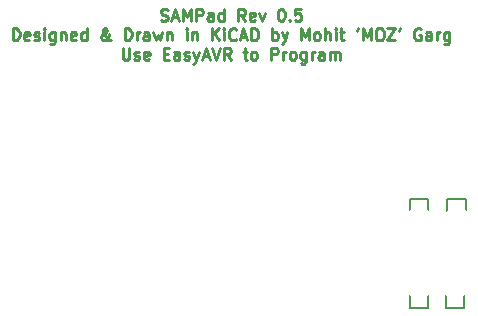
<source format=gto>
G04 #@! TF.FileFunction,Legend,Top*
%FSLAX46Y46*%
G04 Gerber Fmt 4.6, Leading zero omitted, Abs format (unit mm)*
G04 Created by KiCad (PCBNEW 4.0.1-stable) date 4/27/2016 11:04:53 AM*
%MOMM*%
G01*
G04 APERTURE LIST*
%ADD10C,0.100000*%
%ADD11C,0.250000*%
%ADD12C,0.127000*%
%ADD13C,0.010000*%
%ADD14C,2.540000*%
%ADD15C,3.479800*%
%ADD16C,1.191260*%
%ADD17C,1.188720*%
%ADD18C,2.575560*%
%ADD19C,2.573020*%
%ADD20O,1.603200X1.603200*%
%ADD21R,1.603200X1.603200*%
%ADD22C,4.191010*%
%ADD23C,1.905010*%
%ADD24C,2.703200*%
%ADD25O,34.203200X1.203200*%
%ADD26C,1.930400*%
%ADD27R,1.930400X2.235200*%
%ADD28O,1.930400X2.235200*%
%ADD29O,1.503200X2.003200*%
%ADD30O,1.203200X1.603200*%
%ADD31C,2.235200*%
G04 APERTURE END LIST*
D10*
D11*
X122622619Y-108266862D02*
X122765476Y-108314481D01*
X123003572Y-108314481D01*
X123098810Y-108266862D01*
X123146429Y-108219243D01*
X123194048Y-108124005D01*
X123194048Y-108028767D01*
X123146429Y-107933529D01*
X123098810Y-107885910D01*
X123003572Y-107838290D01*
X122813095Y-107790671D01*
X122717857Y-107743052D01*
X122670238Y-107695433D01*
X122622619Y-107600195D01*
X122622619Y-107504957D01*
X122670238Y-107409719D01*
X122717857Y-107362100D01*
X122813095Y-107314481D01*
X123051191Y-107314481D01*
X123194048Y-107362100D01*
X123575000Y-108028767D02*
X124051191Y-108028767D01*
X123479762Y-108314481D02*
X123813095Y-107314481D01*
X124146429Y-108314481D01*
X124479762Y-108314481D02*
X124479762Y-107314481D01*
X124813096Y-108028767D01*
X125146429Y-107314481D01*
X125146429Y-108314481D01*
X125622619Y-108314481D02*
X125622619Y-107314481D01*
X126003572Y-107314481D01*
X126098810Y-107362100D01*
X126146429Y-107409719D01*
X126194048Y-107504957D01*
X126194048Y-107647814D01*
X126146429Y-107743052D01*
X126098810Y-107790671D01*
X126003572Y-107838290D01*
X125622619Y-107838290D01*
X127051191Y-108314481D02*
X127051191Y-107790671D01*
X127003572Y-107695433D01*
X126908334Y-107647814D01*
X126717857Y-107647814D01*
X126622619Y-107695433D01*
X127051191Y-108266862D02*
X126955953Y-108314481D01*
X126717857Y-108314481D01*
X126622619Y-108266862D01*
X126575000Y-108171624D01*
X126575000Y-108076386D01*
X126622619Y-107981148D01*
X126717857Y-107933529D01*
X126955953Y-107933529D01*
X127051191Y-107885910D01*
X127955953Y-108314481D02*
X127955953Y-107314481D01*
X127955953Y-108266862D02*
X127860715Y-108314481D01*
X127670238Y-108314481D01*
X127575000Y-108266862D01*
X127527381Y-108219243D01*
X127479762Y-108124005D01*
X127479762Y-107838290D01*
X127527381Y-107743052D01*
X127575000Y-107695433D01*
X127670238Y-107647814D01*
X127860715Y-107647814D01*
X127955953Y-107695433D01*
X129765477Y-108314481D02*
X129432143Y-107838290D01*
X129194048Y-108314481D02*
X129194048Y-107314481D01*
X129575001Y-107314481D01*
X129670239Y-107362100D01*
X129717858Y-107409719D01*
X129765477Y-107504957D01*
X129765477Y-107647814D01*
X129717858Y-107743052D01*
X129670239Y-107790671D01*
X129575001Y-107838290D01*
X129194048Y-107838290D01*
X130575001Y-108266862D02*
X130479763Y-108314481D01*
X130289286Y-108314481D01*
X130194048Y-108266862D01*
X130146429Y-108171624D01*
X130146429Y-107790671D01*
X130194048Y-107695433D01*
X130289286Y-107647814D01*
X130479763Y-107647814D01*
X130575001Y-107695433D01*
X130622620Y-107790671D01*
X130622620Y-107885910D01*
X130146429Y-107981148D01*
X130955953Y-107647814D02*
X131194048Y-108314481D01*
X131432144Y-107647814D01*
X132765477Y-107314481D02*
X132860716Y-107314481D01*
X132955954Y-107362100D01*
X133003573Y-107409719D01*
X133051192Y-107504957D01*
X133098811Y-107695433D01*
X133098811Y-107933529D01*
X133051192Y-108124005D01*
X133003573Y-108219243D01*
X132955954Y-108266862D01*
X132860716Y-108314481D01*
X132765477Y-108314481D01*
X132670239Y-108266862D01*
X132622620Y-108219243D01*
X132575001Y-108124005D01*
X132527382Y-107933529D01*
X132527382Y-107695433D01*
X132575001Y-107504957D01*
X132622620Y-107409719D01*
X132670239Y-107362100D01*
X132765477Y-107314481D01*
X133527382Y-108219243D02*
X133575001Y-108266862D01*
X133527382Y-108314481D01*
X133479763Y-108266862D01*
X133527382Y-108219243D01*
X133527382Y-108314481D01*
X134479763Y-107314481D02*
X134003572Y-107314481D01*
X133955953Y-107790671D01*
X134003572Y-107743052D01*
X134098810Y-107695433D01*
X134336906Y-107695433D01*
X134432144Y-107743052D01*
X134479763Y-107790671D01*
X134527382Y-107885910D01*
X134527382Y-108124005D01*
X134479763Y-108219243D01*
X134432144Y-108266862D01*
X134336906Y-108314481D01*
X134098810Y-108314481D01*
X134003572Y-108266862D01*
X133955953Y-108219243D01*
X110098809Y-109964481D02*
X110098809Y-108964481D01*
X110336904Y-108964481D01*
X110479762Y-109012100D01*
X110575000Y-109107338D01*
X110622619Y-109202576D01*
X110670238Y-109393052D01*
X110670238Y-109535910D01*
X110622619Y-109726386D01*
X110575000Y-109821624D01*
X110479762Y-109916862D01*
X110336904Y-109964481D01*
X110098809Y-109964481D01*
X111479762Y-109916862D02*
X111384524Y-109964481D01*
X111194047Y-109964481D01*
X111098809Y-109916862D01*
X111051190Y-109821624D01*
X111051190Y-109440671D01*
X111098809Y-109345433D01*
X111194047Y-109297814D01*
X111384524Y-109297814D01*
X111479762Y-109345433D01*
X111527381Y-109440671D01*
X111527381Y-109535910D01*
X111051190Y-109631148D01*
X111908333Y-109916862D02*
X112003571Y-109964481D01*
X112194047Y-109964481D01*
X112289286Y-109916862D01*
X112336905Y-109821624D01*
X112336905Y-109774005D01*
X112289286Y-109678767D01*
X112194047Y-109631148D01*
X112051190Y-109631148D01*
X111955952Y-109583529D01*
X111908333Y-109488290D01*
X111908333Y-109440671D01*
X111955952Y-109345433D01*
X112051190Y-109297814D01*
X112194047Y-109297814D01*
X112289286Y-109345433D01*
X112765476Y-109964481D02*
X112765476Y-109297814D01*
X112765476Y-108964481D02*
X112717857Y-109012100D01*
X112765476Y-109059719D01*
X112813095Y-109012100D01*
X112765476Y-108964481D01*
X112765476Y-109059719D01*
X113670238Y-109297814D02*
X113670238Y-110107338D01*
X113622619Y-110202576D01*
X113575000Y-110250195D01*
X113479761Y-110297814D01*
X113336904Y-110297814D01*
X113241666Y-110250195D01*
X113670238Y-109916862D02*
X113575000Y-109964481D01*
X113384523Y-109964481D01*
X113289285Y-109916862D01*
X113241666Y-109869243D01*
X113194047Y-109774005D01*
X113194047Y-109488290D01*
X113241666Y-109393052D01*
X113289285Y-109345433D01*
X113384523Y-109297814D01*
X113575000Y-109297814D01*
X113670238Y-109345433D01*
X114146428Y-109297814D02*
X114146428Y-109964481D01*
X114146428Y-109393052D02*
X114194047Y-109345433D01*
X114289285Y-109297814D01*
X114432143Y-109297814D01*
X114527381Y-109345433D01*
X114575000Y-109440671D01*
X114575000Y-109964481D01*
X115432143Y-109916862D02*
X115336905Y-109964481D01*
X115146428Y-109964481D01*
X115051190Y-109916862D01*
X115003571Y-109821624D01*
X115003571Y-109440671D01*
X115051190Y-109345433D01*
X115146428Y-109297814D01*
X115336905Y-109297814D01*
X115432143Y-109345433D01*
X115479762Y-109440671D01*
X115479762Y-109535910D01*
X115003571Y-109631148D01*
X116336905Y-109964481D02*
X116336905Y-108964481D01*
X116336905Y-109916862D02*
X116241667Y-109964481D01*
X116051190Y-109964481D01*
X115955952Y-109916862D01*
X115908333Y-109869243D01*
X115860714Y-109774005D01*
X115860714Y-109488290D01*
X115908333Y-109393052D01*
X115955952Y-109345433D01*
X116051190Y-109297814D01*
X116241667Y-109297814D01*
X116336905Y-109345433D01*
X118384524Y-109964481D02*
X118336905Y-109964481D01*
X118241667Y-109916862D01*
X118098810Y-109774005D01*
X117860715Y-109488290D01*
X117765476Y-109345433D01*
X117717857Y-109202576D01*
X117717857Y-109107338D01*
X117765476Y-109012100D01*
X117860715Y-108964481D01*
X117908334Y-108964481D01*
X118003572Y-109012100D01*
X118051191Y-109107338D01*
X118051191Y-109154957D01*
X118003572Y-109250195D01*
X117955953Y-109297814D01*
X117670238Y-109488290D01*
X117622619Y-109535910D01*
X117575000Y-109631148D01*
X117575000Y-109774005D01*
X117622619Y-109869243D01*
X117670238Y-109916862D01*
X117765476Y-109964481D01*
X117908334Y-109964481D01*
X118003572Y-109916862D01*
X118051191Y-109869243D01*
X118194048Y-109678767D01*
X118241667Y-109535910D01*
X118241667Y-109440671D01*
X119575000Y-109964481D02*
X119575000Y-108964481D01*
X119813095Y-108964481D01*
X119955953Y-109012100D01*
X120051191Y-109107338D01*
X120098810Y-109202576D01*
X120146429Y-109393052D01*
X120146429Y-109535910D01*
X120098810Y-109726386D01*
X120051191Y-109821624D01*
X119955953Y-109916862D01*
X119813095Y-109964481D01*
X119575000Y-109964481D01*
X120575000Y-109964481D02*
X120575000Y-109297814D01*
X120575000Y-109488290D02*
X120622619Y-109393052D01*
X120670238Y-109345433D01*
X120765476Y-109297814D01*
X120860715Y-109297814D01*
X121622620Y-109964481D02*
X121622620Y-109440671D01*
X121575001Y-109345433D01*
X121479763Y-109297814D01*
X121289286Y-109297814D01*
X121194048Y-109345433D01*
X121622620Y-109916862D02*
X121527382Y-109964481D01*
X121289286Y-109964481D01*
X121194048Y-109916862D01*
X121146429Y-109821624D01*
X121146429Y-109726386D01*
X121194048Y-109631148D01*
X121289286Y-109583529D01*
X121527382Y-109583529D01*
X121622620Y-109535910D01*
X122003572Y-109297814D02*
X122194048Y-109964481D01*
X122384525Y-109488290D01*
X122575001Y-109964481D01*
X122765477Y-109297814D01*
X123146429Y-109297814D02*
X123146429Y-109964481D01*
X123146429Y-109393052D02*
X123194048Y-109345433D01*
X123289286Y-109297814D01*
X123432144Y-109297814D01*
X123527382Y-109345433D01*
X123575001Y-109440671D01*
X123575001Y-109964481D01*
X124813096Y-109964481D02*
X124813096Y-109297814D01*
X124813096Y-108964481D02*
X124765477Y-109012100D01*
X124813096Y-109059719D01*
X124860715Y-109012100D01*
X124813096Y-108964481D01*
X124813096Y-109059719D01*
X125289286Y-109297814D02*
X125289286Y-109964481D01*
X125289286Y-109393052D02*
X125336905Y-109345433D01*
X125432143Y-109297814D01*
X125575001Y-109297814D01*
X125670239Y-109345433D01*
X125717858Y-109440671D01*
X125717858Y-109964481D01*
X126955953Y-109964481D02*
X126955953Y-108964481D01*
X127527382Y-109964481D02*
X127098810Y-109393052D01*
X127527382Y-108964481D02*
X126955953Y-109535910D01*
X127955953Y-109964481D02*
X127955953Y-109297814D01*
X127955953Y-108964481D02*
X127908334Y-109012100D01*
X127955953Y-109059719D01*
X128003572Y-109012100D01*
X127955953Y-108964481D01*
X127955953Y-109059719D01*
X129003572Y-109869243D02*
X128955953Y-109916862D01*
X128813096Y-109964481D01*
X128717858Y-109964481D01*
X128575000Y-109916862D01*
X128479762Y-109821624D01*
X128432143Y-109726386D01*
X128384524Y-109535910D01*
X128384524Y-109393052D01*
X128432143Y-109202576D01*
X128479762Y-109107338D01*
X128575000Y-109012100D01*
X128717858Y-108964481D01*
X128813096Y-108964481D01*
X128955953Y-109012100D01*
X129003572Y-109059719D01*
X129384524Y-109678767D02*
X129860715Y-109678767D01*
X129289286Y-109964481D02*
X129622619Y-108964481D01*
X129955953Y-109964481D01*
X130289286Y-109964481D02*
X130289286Y-108964481D01*
X130527381Y-108964481D01*
X130670239Y-109012100D01*
X130765477Y-109107338D01*
X130813096Y-109202576D01*
X130860715Y-109393052D01*
X130860715Y-109535910D01*
X130813096Y-109726386D01*
X130765477Y-109821624D01*
X130670239Y-109916862D01*
X130527381Y-109964481D01*
X130289286Y-109964481D01*
X132051191Y-109964481D02*
X132051191Y-108964481D01*
X132051191Y-109345433D02*
X132146429Y-109297814D01*
X132336906Y-109297814D01*
X132432144Y-109345433D01*
X132479763Y-109393052D01*
X132527382Y-109488290D01*
X132527382Y-109774005D01*
X132479763Y-109869243D01*
X132432144Y-109916862D01*
X132336906Y-109964481D01*
X132146429Y-109964481D01*
X132051191Y-109916862D01*
X132860715Y-109297814D02*
X133098810Y-109964481D01*
X133336906Y-109297814D02*
X133098810Y-109964481D01*
X133003572Y-110202576D01*
X132955953Y-110250195D01*
X132860715Y-110297814D01*
X134479763Y-109964481D02*
X134479763Y-108964481D01*
X134813097Y-109678767D01*
X135146430Y-108964481D01*
X135146430Y-109964481D01*
X135765477Y-109964481D02*
X135670239Y-109916862D01*
X135622620Y-109869243D01*
X135575001Y-109774005D01*
X135575001Y-109488290D01*
X135622620Y-109393052D01*
X135670239Y-109345433D01*
X135765477Y-109297814D01*
X135908335Y-109297814D01*
X136003573Y-109345433D01*
X136051192Y-109393052D01*
X136098811Y-109488290D01*
X136098811Y-109774005D01*
X136051192Y-109869243D01*
X136003573Y-109916862D01*
X135908335Y-109964481D01*
X135765477Y-109964481D01*
X136527382Y-109964481D02*
X136527382Y-108964481D01*
X136955954Y-109964481D02*
X136955954Y-109440671D01*
X136908335Y-109345433D01*
X136813097Y-109297814D01*
X136670239Y-109297814D01*
X136575001Y-109345433D01*
X136527382Y-109393052D01*
X137432144Y-109964481D02*
X137432144Y-109297814D01*
X137432144Y-108964481D02*
X137384525Y-109012100D01*
X137432144Y-109059719D01*
X137479763Y-109012100D01*
X137432144Y-108964481D01*
X137432144Y-109059719D01*
X137765477Y-109297814D02*
X138146429Y-109297814D01*
X137908334Y-108964481D02*
X137908334Y-109821624D01*
X137955953Y-109916862D01*
X138051191Y-109964481D01*
X138146429Y-109964481D01*
X139289287Y-108964481D02*
X139194049Y-109154957D01*
X139717858Y-109964481D02*
X139717858Y-108964481D01*
X140051192Y-109678767D01*
X140384525Y-108964481D01*
X140384525Y-109964481D01*
X141051191Y-108964481D02*
X141241668Y-108964481D01*
X141336906Y-109012100D01*
X141432144Y-109107338D01*
X141479763Y-109297814D01*
X141479763Y-109631148D01*
X141432144Y-109821624D01*
X141336906Y-109916862D01*
X141241668Y-109964481D01*
X141051191Y-109964481D01*
X140955953Y-109916862D01*
X140860715Y-109821624D01*
X140813096Y-109631148D01*
X140813096Y-109297814D01*
X140860715Y-109107338D01*
X140955953Y-109012100D01*
X141051191Y-108964481D01*
X141813096Y-108964481D02*
X142479763Y-108964481D01*
X141813096Y-109964481D01*
X142479763Y-109964481D01*
X142908334Y-108964481D02*
X142813096Y-109154957D01*
X144622620Y-109012100D02*
X144527382Y-108964481D01*
X144384525Y-108964481D01*
X144241667Y-109012100D01*
X144146429Y-109107338D01*
X144098810Y-109202576D01*
X144051191Y-109393052D01*
X144051191Y-109535910D01*
X144098810Y-109726386D01*
X144146429Y-109821624D01*
X144241667Y-109916862D01*
X144384525Y-109964481D01*
X144479763Y-109964481D01*
X144622620Y-109916862D01*
X144670239Y-109869243D01*
X144670239Y-109535910D01*
X144479763Y-109535910D01*
X145527382Y-109964481D02*
X145527382Y-109440671D01*
X145479763Y-109345433D01*
X145384525Y-109297814D01*
X145194048Y-109297814D01*
X145098810Y-109345433D01*
X145527382Y-109916862D02*
X145432144Y-109964481D01*
X145194048Y-109964481D01*
X145098810Y-109916862D01*
X145051191Y-109821624D01*
X145051191Y-109726386D01*
X145098810Y-109631148D01*
X145194048Y-109583529D01*
X145432144Y-109583529D01*
X145527382Y-109535910D01*
X146003572Y-109964481D02*
X146003572Y-109297814D01*
X146003572Y-109488290D02*
X146051191Y-109393052D01*
X146098810Y-109345433D01*
X146194048Y-109297814D01*
X146289287Y-109297814D01*
X147051192Y-109297814D02*
X147051192Y-110107338D01*
X147003573Y-110202576D01*
X146955954Y-110250195D01*
X146860715Y-110297814D01*
X146717858Y-110297814D01*
X146622620Y-110250195D01*
X147051192Y-109916862D02*
X146955954Y-109964481D01*
X146765477Y-109964481D01*
X146670239Y-109916862D01*
X146622620Y-109869243D01*
X146575001Y-109774005D01*
X146575001Y-109488290D01*
X146622620Y-109393052D01*
X146670239Y-109345433D01*
X146765477Y-109297814D01*
X146955954Y-109297814D01*
X147051192Y-109345433D01*
X119384522Y-110614481D02*
X119384522Y-111424005D01*
X119432141Y-111519243D01*
X119479760Y-111566862D01*
X119574998Y-111614481D01*
X119765475Y-111614481D01*
X119860713Y-111566862D01*
X119908332Y-111519243D01*
X119955951Y-111424005D01*
X119955951Y-110614481D01*
X120384522Y-111566862D02*
X120479760Y-111614481D01*
X120670236Y-111614481D01*
X120765475Y-111566862D01*
X120813094Y-111471624D01*
X120813094Y-111424005D01*
X120765475Y-111328767D01*
X120670236Y-111281148D01*
X120527379Y-111281148D01*
X120432141Y-111233529D01*
X120384522Y-111138290D01*
X120384522Y-111090671D01*
X120432141Y-110995433D01*
X120527379Y-110947814D01*
X120670236Y-110947814D01*
X120765475Y-110995433D01*
X121622618Y-111566862D02*
X121527380Y-111614481D01*
X121336903Y-111614481D01*
X121241665Y-111566862D01*
X121194046Y-111471624D01*
X121194046Y-111090671D01*
X121241665Y-110995433D01*
X121336903Y-110947814D01*
X121527380Y-110947814D01*
X121622618Y-110995433D01*
X121670237Y-111090671D01*
X121670237Y-111185910D01*
X121194046Y-111281148D01*
X122860713Y-111090671D02*
X123194047Y-111090671D01*
X123336904Y-111614481D02*
X122860713Y-111614481D01*
X122860713Y-110614481D01*
X123336904Y-110614481D01*
X124194047Y-111614481D02*
X124194047Y-111090671D01*
X124146428Y-110995433D01*
X124051190Y-110947814D01*
X123860713Y-110947814D01*
X123765475Y-110995433D01*
X124194047Y-111566862D02*
X124098809Y-111614481D01*
X123860713Y-111614481D01*
X123765475Y-111566862D01*
X123717856Y-111471624D01*
X123717856Y-111376386D01*
X123765475Y-111281148D01*
X123860713Y-111233529D01*
X124098809Y-111233529D01*
X124194047Y-111185910D01*
X124622618Y-111566862D02*
X124717856Y-111614481D01*
X124908332Y-111614481D01*
X125003571Y-111566862D01*
X125051190Y-111471624D01*
X125051190Y-111424005D01*
X125003571Y-111328767D01*
X124908332Y-111281148D01*
X124765475Y-111281148D01*
X124670237Y-111233529D01*
X124622618Y-111138290D01*
X124622618Y-111090671D01*
X124670237Y-110995433D01*
X124765475Y-110947814D01*
X124908332Y-110947814D01*
X125003571Y-110995433D01*
X125384523Y-110947814D02*
X125622618Y-111614481D01*
X125860714Y-110947814D02*
X125622618Y-111614481D01*
X125527380Y-111852576D01*
X125479761Y-111900195D01*
X125384523Y-111947814D01*
X126194047Y-111328767D02*
X126670238Y-111328767D01*
X126098809Y-111614481D02*
X126432142Y-110614481D01*
X126765476Y-111614481D01*
X126955952Y-110614481D02*
X127289285Y-111614481D01*
X127622619Y-110614481D01*
X128527381Y-111614481D02*
X128194047Y-111138290D01*
X127955952Y-111614481D02*
X127955952Y-110614481D01*
X128336905Y-110614481D01*
X128432143Y-110662100D01*
X128479762Y-110709719D01*
X128527381Y-110804957D01*
X128527381Y-110947814D01*
X128479762Y-111043052D01*
X128432143Y-111090671D01*
X128336905Y-111138290D01*
X127955952Y-111138290D01*
X129575000Y-110947814D02*
X129955952Y-110947814D01*
X129717857Y-110614481D02*
X129717857Y-111471624D01*
X129765476Y-111566862D01*
X129860714Y-111614481D01*
X129955952Y-111614481D01*
X130432143Y-111614481D02*
X130336905Y-111566862D01*
X130289286Y-111519243D01*
X130241667Y-111424005D01*
X130241667Y-111138290D01*
X130289286Y-111043052D01*
X130336905Y-110995433D01*
X130432143Y-110947814D01*
X130575001Y-110947814D01*
X130670239Y-110995433D01*
X130717858Y-111043052D01*
X130765477Y-111138290D01*
X130765477Y-111424005D01*
X130717858Y-111519243D01*
X130670239Y-111566862D01*
X130575001Y-111614481D01*
X130432143Y-111614481D01*
X131955953Y-111614481D02*
X131955953Y-110614481D01*
X132336906Y-110614481D01*
X132432144Y-110662100D01*
X132479763Y-110709719D01*
X132527382Y-110804957D01*
X132527382Y-110947814D01*
X132479763Y-111043052D01*
X132432144Y-111090671D01*
X132336906Y-111138290D01*
X131955953Y-111138290D01*
X132955953Y-111614481D02*
X132955953Y-110947814D01*
X132955953Y-111138290D02*
X133003572Y-111043052D01*
X133051191Y-110995433D01*
X133146429Y-110947814D01*
X133241668Y-110947814D01*
X133717858Y-111614481D02*
X133622620Y-111566862D01*
X133575001Y-111519243D01*
X133527382Y-111424005D01*
X133527382Y-111138290D01*
X133575001Y-111043052D01*
X133622620Y-110995433D01*
X133717858Y-110947814D01*
X133860716Y-110947814D01*
X133955954Y-110995433D01*
X134003573Y-111043052D01*
X134051192Y-111138290D01*
X134051192Y-111424005D01*
X134003573Y-111519243D01*
X133955954Y-111566862D01*
X133860716Y-111614481D01*
X133717858Y-111614481D01*
X134908335Y-110947814D02*
X134908335Y-111757338D01*
X134860716Y-111852576D01*
X134813097Y-111900195D01*
X134717858Y-111947814D01*
X134575001Y-111947814D01*
X134479763Y-111900195D01*
X134908335Y-111566862D02*
X134813097Y-111614481D01*
X134622620Y-111614481D01*
X134527382Y-111566862D01*
X134479763Y-111519243D01*
X134432144Y-111424005D01*
X134432144Y-111138290D01*
X134479763Y-111043052D01*
X134527382Y-110995433D01*
X134622620Y-110947814D01*
X134813097Y-110947814D01*
X134908335Y-110995433D01*
X135384525Y-111614481D02*
X135384525Y-110947814D01*
X135384525Y-111138290D02*
X135432144Y-111043052D01*
X135479763Y-110995433D01*
X135575001Y-110947814D01*
X135670240Y-110947814D01*
X136432145Y-111614481D02*
X136432145Y-111090671D01*
X136384526Y-110995433D01*
X136289288Y-110947814D01*
X136098811Y-110947814D01*
X136003573Y-110995433D01*
X136432145Y-111566862D02*
X136336907Y-111614481D01*
X136098811Y-111614481D01*
X136003573Y-111566862D01*
X135955954Y-111471624D01*
X135955954Y-111376386D01*
X136003573Y-111281148D01*
X136098811Y-111233529D01*
X136336907Y-111233529D01*
X136432145Y-111185910D01*
X136908335Y-111614481D02*
X136908335Y-110947814D01*
X136908335Y-111043052D02*
X136955954Y-110995433D01*
X137051192Y-110947814D01*
X137194050Y-110947814D01*
X137289288Y-110995433D01*
X137336907Y-111090671D01*
X137336907Y-111614481D01*
X137336907Y-111090671D02*
X137384526Y-110995433D01*
X137479764Y-110947814D01*
X137622621Y-110947814D01*
X137717859Y-110995433D01*
X137765478Y-111090671D01*
X137765478Y-111614481D01*
D12*
X143713200Y-123421140D02*
X143713200Y-124637800D01*
X145260060Y-123421140D02*
X145260060Y-124637800D01*
X146888200Y-123421140D02*
X146888200Y-124637800D01*
X148437600Y-123421140D02*
X148437600Y-124637800D01*
X143713200Y-132610860D02*
X143713200Y-131394200D01*
X145260060Y-132610860D02*
X145260060Y-131394200D01*
X146761200Y-132610860D02*
X146761200Y-131394200D01*
X148310600Y-132610860D02*
X148310600Y-131394200D01*
X148437600Y-123416060D02*
X146888200Y-123416060D01*
X145260060Y-123416060D02*
X143713200Y-123416060D01*
X143713200Y-132610860D02*
X145260060Y-132610860D01*
X146761200Y-132610860D02*
X148310600Y-132610860D01*
%LPC*%
D10*
G36*
X160454352Y-105749738D02*
X160510904Y-108751430D01*
X160537391Y-108752079D01*
X160563540Y-108754004D01*
X160589322Y-108757177D01*
X160614705Y-108761566D01*
X160639659Y-108767141D01*
X160664154Y-108773873D01*
X160688160Y-108781730D01*
X160711647Y-108790682D01*
X160734583Y-108800699D01*
X160756939Y-108811751D01*
X160778685Y-108823807D01*
X160799790Y-108836838D01*
X160820224Y-108850812D01*
X160839956Y-108865700D01*
X160858957Y-108881471D01*
X160877195Y-108898095D01*
X160894642Y-108915541D01*
X160911265Y-108933780D01*
X160927036Y-108952781D01*
X160941924Y-108972513D01*
X160955898Y-108992947D01*
X160968928Y-109014052D01*
X160980985Y-109035798D01*
X160992036Y-109058155D01*
X161002054Y-109081091D01*
X161011006Y-109104578D01*
X161018862Y-109128584D01*
X161025594Y-109153080D01*
X161031169Y-109178034D01*
X161035558Y-109203417D01*
X161038731Y-109229199D01*
X161040656Y-109255348D01*
X161041305Y-109281836D01*
X161040656Y-109308292D01*
X161038731Y-109334414D01*
X161035558Y-109360171D01*
X161031169Y-109385534D01*
X161025594Y-109410471D01*
X161018862Y-109434953D01*
X161011006Y-109458948D01*
X161002054Y-109482426D01*
X160992036Y-109505357D01*
X160980985Y-109527710D01*
X160968928Y-109549455D01*
X160955898Y-109570561D01*
X160941924Y-109590998D01*
X160927036Y-109610735D01*
X160911265Y-109629742D01*
X160894642Y-109647988D01*
X160877195Y-109665443D01*
X160858957Y-109682076D01*
X160839956Y-109697857D01*
X160820224Y-109712756D01*
X160799790Y-109726741D01*
X160778685Y-109739783D01*
X160756939Y-109751850D01*
X160734583Y-109762913D01*
X160711647Y-109772941D01*
X160688160Y-109781903D01*
X160664154Y-109789769D01*
X160639659Y-109796509D01*
X160614705Y-109802092D01*
X160589322Y-109806487D01*
X160563540Y-109809664D01*
X160537391Y-109811592D01*
X160510904Y-109812242D01*
X160484416Y-109811592D01*
X160458267Y-109809664D01*
X160432486Y-109806487D01*
X160407103Y-109802092D01*
X160382148Y-109796509D01*
X160357653Y-109789769D01*
X160333647Y-109781903D01*
X160310161Y-109772941D01*
X160287225Y-109762913D01*
X160264868Y-109751850D01*
X160243123Y-109739783D01*
X160222018Y-109726741D01*
X160201584Y-109712756D01*
X160181852Y-109697857D01*
X160162851Y-109682076D01*
X160144612Y-109665443D01*
X160127166Y-109647988D01*
X160110542Y-109629742D01*
X160094771Y-109610735D01*
X160079884Y-109590998D01*
X160065909Y-109570561D01*
X160052879Y-109549455D01*
X160040823Y-109527710D01*
X160029771Y-109505357D01*
X160019754Y-109482426D01*
X160010802Y-109458948D01*
X160002945Y-109434953D01*
X159996214Y-109410471D01*
X159990638Y-109385534D01*
X159986249Y-109360171D01*
X159983077Y-109334414D01*
X159981151Y-109308292D01*
X159980502Y-109281836D01*
X159981151Y-109255348D01*
X159983077Y-109229199D01*
X159986249Y-109203417D01*
X159990638Y-109178034D01*
X159996214Y-109153080D01*
X160002945Y-109128584D01*
X160010802Y-109104578D01*
X160019754Y-109081091D01*
X160029771Y-109058155D01*
X160040823Y-109035798D01*
X160052879Y-109014052D01*
X160065909Y-108992947D01*
X160079884Y-108972513D01*
X160094771Y-108952781D01*
X160110542Y-108933780D01*
X160127166Y-108915541D01*
X160144612Y-108898095D01*
X160162851Y-108881471D01*
X160181852Y-108865700D01*
X160201584Y-108850812D01*
X160222018Y-108836838D01*
X160243123Y-108823807D01*
X160264868Y-108811751D01*
X160287225Y-108800699D01*
X160310161Y-108790682D01*
X160333647Y-108781730D01*
X160357653Y-108773873D01*
X160382148Y-108767141D01*
X160407103Y-108761566D01*
X160432486Y-108757177D01*
X160458267Y-108754004D01*
X160484416Y-108752079D01*
X160510904Y-108751430D01*
X160454352Y-105749738D01*
X160430048Y-105752123D01*
X160405597Y-105755513D01*
X160380921Y-105759666D01*
X160355942Y-105764338D01*
X160330581Y-105769287D01*
X160304761Y-105774272D01*
X160278404Y-105779048D01*
X160251432Y-105783373D01*
X160212870Y-105789280D01*
X160175998Y-105795500D01*
X160140781Y-105802061D01*
X160107184Y-105808990D01*
X160075174Y-105816314D01*
X160044716Y-105824061D01*
X160015775Y-105832259D01*
X159988317Y-105840933D01*
X159962308Y-105850113D01*
X159937714Y-105859824D01*
X159914499Y-105870095D01*
X159892630Y-105880952D01*
X159872072Y-105892424D01*
X159852790Y-105904537D01*
X159834751Y-105917318D01*
X159817920Y-105930795D01*
X159802263Y-105944996D01*
X159787745Y-105959947D01*
X159774331Y-105975677D01*
X159761988Y-105992211D01*
X159750681Y-106009578D01*
X159740376Y-106027805D01*
X159731038Y-106046919D01*
X159722633Y-106066948D01*
X159715126Y-106087918D01*
X159708483Y-106109858D01*
X159702670Y-106132794D01*
X159697652Y-106156754D01*
X159693395Y-106181765D01*
X159689864Y-106207855D01*
X159687026Y-106235050D01*
X159684964Y-106261435D01*
X159683352Y-106288302D01*
X159682060Y-106315565D01*
X159680961Y-106343133D01*
X159679928Y-106370921D01*
X159678833Y-106398838D01*
X159677547Y-106426798D01*
X159675943Y-106454712D01*
X159673894Y-106482491D01*
X159671271Y-106510048D01*
X159667947Y-106537295D01*
X159663793Y-106564143D01*
X159658683Y-106590504D01*
X159652488Y-106616291D01*
X159645080Y-106641414D01*
X159636332Y-106665786D01*
X159626116Y-106689318D01*
X159614304Y-106711923D01*
X159600768Y-106733513D01*
X159585381Y-106753998D01*
X159568616Y-106772577D01*
X159549280Y-106790500D01*
X159527845Y-106807294D01*
X159504782Y-106822484D01*
X159480562Y-106835598D01*
X159455658Y-106846163D01*
X159430540Y-106853705D01*
X159405681Y-106857752D01*
X159381551Y-106857830D01*
X159358623Y-106853465D01*
X159337368Y-106844186D01*
X159314810Y-106830665D01*
X159292476Y-106816475D01*
X159270340Y-106801686D01*
X159248376Y-106786366D01*
X159226557Y-106770587D01*
X159204860Y-106754417D01*
X159183257Y-106737925D01*
X159161723Y-106721182D01*
X159140232Y-106704256D01*
X159118758Y-106687218D01*
X159097276Y-106670136D01*
X159075760Y-106653081D01*
X159054185Y-106636122D01*
X159032523Y-106619328D01*
X159010751Y-106602769D01*
X158988841Y-106586514D01*
X158966768Y-106570634D01*
X158944507Y-106555197D01*
X158922031Y-106540273D01*
X158899315Y-106525932D01*
X158876333Y-106512243D01*
X158853060Y-106499275D01*
X158829469Y-106487099D01*
X158805535Y-106475783D01*
X158781232Y-106465398D01*
X158756534Y-106456012D01*
X158731416Y-106447696D01*
X158705851Y-106440518D01*
X158679815Y-106434549D01*
X158653281Y-106429858D01*
X158626223Y-106426514D01*
X158597066Y-106424511D01*
X158569052Y-106424193D01*
X158542126Y-106425490D01*
X158516231Y-106428333D01*
X158491311Y-106432652D01*
X158467310Y-106438378D01*
X158444172Y-106445442D01*
X158421840Y-106453775D01*
X158400258Y-106463307D01*
X158379371Y-106473969D01*
X158359121Y-106485691D01*
X158339453Y-106498406D01*
X158320310Y-106512042D01*
X158301637Y-106526531D01*
X158283377Y-106541804D01*
X158265473Y-106557791D01*
X158247871Y-106574422D01*
X158230513Y-106591630D01*
X158213343Y-106609344D01*
X158196305Y-106627495D01*
X158179344Y-106646014D01*
X158162402Y-106664831D01*
X158145423Y-106683878D01*
X158128352Y-106703085D01*
X158111132Y-106722382D01*
X158093707Y-106741701D01*
X158076021Y-106760971D01*
X158058018Y-106780125D01*
X158039640Y-106799092D01*
X158023858Y-106814847D01*
X158007194Y-106831144D01*
X157989769Y-106847965D01*
X157971703Y-106865295D01*
X157953114Y-106883117D01*
X157934123Y-106901415D01*
X157914850Y-106920174D01*
X157895413Y-106939376D01*
X157875933Y-106959006D01*
X157856529Y-106979047D01*
X157837321Y-106999484D01*
X157818428Y-107020299D01*
X157799971Y-107041478D01*
X157782068Y-107063003D01*
X157764840Y-107084859D01*
X157748406Y-107107029D01*
X157732886Y-107129498D01*
X157718399Y-107152249D01*
X157705065Y-107175265D01*
X157693004Y-107198531D01*
X157682335Y-107222030D01*
X157673179Y-107245747D01*
X157665654Y-107269665D01*
X157659880Y-107293768D01*
X157655977Y-107318040D01*
X157653361Y-107345830D01*
X157652333Y-107373056D01*
X157652823Y-107399741D01*
X157654758Y-107425907D01*
X157658069Y-107451576D01*
X157662684Y-107476771D01*
X157668532Y-107501515D01*
X157675542Y-107525829D01*
X157683643Y-107549736D01*
X157692764Y-107573259D01*
X157702835Y-107596420D01*
X157713783Y-107619241D01*
X157725538Y-107641744D01*
X157738030Y-107663953D01*
X157751186Y-107685890D01*
X157764937Y-107707576D01*
X157779210Y-107729035D01*
X157793935Y-107750288D01*
X157809041Y-107771359D01*
X157824458Y-107792269D01*
X157840113Y-107813041D01*
X157855935Y-107833698D01*
X157871855Y-107854261D01*
X157887801Y-107874754D01*
X157903701Y-107895198D01*
X157919485Y-107915616D01*
X157935082Y-107936031D01*
X157950421Y-107956464D01*
X157965430Y-107976939D01*
X157980039Y-107997477D01*
X157994177Y-108018102D01*
X158009343Y-108040103D01*
X158023192Y-108061047D01*
X158034824Y-108081541D01*
X158043336Y-108102191D01*
X158047830Y-108123603D01*
X158047402Y-108146383D01*
X158041153Y-108171139D01*
X158028182Y-108198477D01*
X158017211Y-108218907D01*
X158007208Y-108239722D01*
X157997737Y-108260598D01*
X157988362Y-108281210D01*
X157978647Y-108301235D01*
X157968156Y-108320348D01*
X157956452Y-108338225D01*
X157943100Y-108354543D01*
X157927663Y-108368978D01*
X157909706Y-108381205D01*
X157888792Y-108390900D01*
X157864486Y-108397739D01*
X157836351Y-108401399D01*
X157811719Y-108403013D01*
X157786647Y-108404659D01*
X157761187Y-108406376D01*
X157735388Y-108408207D01*
X157709303Y-108410191D01*
X157682981Y-108412370D01*
X157656473Y-108414786D01*
X157629832Y-108417478D01*
X157603107Y-108420489D01*
X157576349Y-108423858D01*
X157549609Y-108427628D01*
X157522939Y-108431839D01*
X157496389Y-108436533D01*
X157470010Y-108441750D01*
X157443853Y-108447531D01*
X157417969Y-108453917D01*
X157392409Y-108460950D01*
X157367223Y-108468670D01*
X157342463Y-108477119D01*
X157318180Y-108486338D01*
X157294424Y-108496367D01*
X157271246Y-108507247D01*
X157248698Y-108519021D01*
X157226830Y-108531728D01*
X157205693Y-108545409D01*
X157185337Y-108560107D01*
X157165815Y-108575861D01*
X157147177Y-108592713D01*
X157129473Y-108610704D01*
X157112755Y-108629875D01*
X157097074Y-108650267D01*
X157082480Y-108671921D01*
X157069024Y-108694878D01*
X157056216Y-108719327D01*
X157044441Y-108743711D01*
X157033664Y-108768046D01*
X157023847Y-108792350D01*
X157014956Y-108816640D01*
X157006954Y-108840931D01*
X156999805Y-108865242D01*
X156993473Y-108889589D01*
X156987922Y-108913988D01*
X156983116Y-108938457D01*
X156979018Y-108963013D01*
X156975593Y-108987672D01*
X156972805Y-109012452D01*
X156970617Y-109037369D01*
X156968993Y-109062440D01*
X156967898Y-109087682D01*
X156967295Y-109113112D01*
X156967148Y-109138746D01*
X156967422Y-109164603D01*
X156968079Y-109190697D01*
X156969084Y-109217047D01*
X156970402Y-109243670D01*
X156971995Y-109270581D01*
X156973827Y-109297798D01*
X156975864Y-109325338D01*
X156978067Y-109353218D01*
X156980403Y-109381455D01*
X156982833Y-109410065D01*
X156985324Y-109439065D01*
X156987837Y-109468472D01*
X156990337Y-109498304D01*
X156992789Y-109528577D01*
X156995155Y-109559307D01*
X156997401Y-109590512D01*
X156999489Y-109622209D01*
X157001384Y-109654414D01*
X157003609Y-109680639D01*
X157007337Y-109706219D01*
X157012518Y-109731147D01*
X157019101Y-109755412D01*
X157027035Y-109779006D01*
X157036269Y-109801918D01*
X157046752Y-109824141D01*
X157058432Y-109845664D01*
X157071260Y-109866478D01*
X157085183Y-109886574D01*
X157100150Y-109905943D01*
X157116112Y-109924576D01*
X157133016Y-109942462D01*
X157150811Y-109959594D01*
X157169447Y-109975961D01*
X157188873Y-109991554D01*
X157209037Y-110006365D01*
X157229889Y-110020383D01*
X157251377Y-110033600D01*
X157273450Y-110046006D01*
X157296058Y-110057593D01*
X157319150Y-110068349D01*
X157342673Y-110078268D01*
X157366578Y-110087338D01*
X157390813Y-110095552D01*
X157415328Y-110102899D01*
X157440070Y-110109370D01*
X157464990Y-110114957D01*
X157490036Y-110119649D01*
X157515157Y-110123438D01*
X157540303Y-110126314D01*
X157565421Y-110128268D01*
X157589975Y-110129167D01*
X157615566Y-110129257D01*
X157641938Y-110128845D01*
X157668836Y-110128235D01*
X157696005Y-110127734D01*
X157723191Y-110127647D01*
X157750139Y-110128280D01*
X157776593Y-110129937D01*
X157802298Y-110132925D01*
X157827001Y-110137550D01*
X157850444Y-110144116D01*
X157872375Y-110152929D01*
X157892537Y-110164295D01*
X157910676Y-110178520D01*
X157926537Y-110195909D01*
X157939642Y-110213173D01*
X157952798Y-110231286D01*
X157965763Y-110250176D01*
X157978293Y-110269775D01*
X157990145Y-110290013D01*
X158001077Y-110310820D01*
X158010845Y-110332126D01*
X158019206Y-110353863D01*
X158025918Y-110375960D01*
X158030737Y-110398348D01*
X158033421Y-110420958D01*
X158033726Y-110443719D01*
X158031410Y-110466562D01*
X158026229Y-110489418D01*
X158017941Y-110512217D01*
X158006302Y-110534889D01*
X157991069Y-110557365D01*
X157972000Y-110579575D01*
X157955319Y-110597125D01*
X157938448Y-110615154D01*
X157921452Y-110633645D01*
X157904393Y-110652584D01*
X157887335Y-110671953D01*
X157870341Y-110691737D01*
X157853474Y-110711921D01*
X157836798Y-110732487D01*
X157820376Y-110753420D01*
X157804271Y-110774704D01*
X157788547Y-110796324D01*
X157773266Y-110818262D01*
X157758493Y-110840504D01*
X157744291Y-110863032D01*
X157730723Y-110885832D01*
X157717851Y-110908886D01*
X157705741Y-110932180D01*
X157694454Y-110955697D01*
X157684054Y-110979421D01*
X157674605Y-111003337D01*
X157666169Y-111027427D01*
X157658811Y-111051677D01*
X157652593Y-111076070D01*
X157647579Y-111100590D01*
X157643831Y-111125222D01*
X157641415Y-111149949D01*
X157640392Y-111174755D01*
X157640825Y-111199624D01*
X157642780Y-111224541D01*
X157646317Y-111249489D01*
X157651502Y-111274452D01*
X157658397Y-111299415D01*
X157667066Y-111324362D01*
X157677437Y-111350015D01*
X157688574Y-111375142D01*
X157700445Y-111399760D01*
X157713023Y-111423889D01*
X157726278Y-111447548D01*
X157740180Y-111470755D01*
X157754701Y-111493529D01*
X157769812Y-111515889D01*
X157785482Y-111537855D01*
X157801684Y-111559444D01*
X157818387Y-111580677D01*
X157835563Y-111601570D01*
X157853182Y-111622145D01*
X157871216Y-111642419D01*
X157889634Y-111662411D01*
X157908408Y-111682140D01*
X157927508Y-111701625D01*
X157946906Y-111720885D01*
X157966572Y-111739939D01*
X157986477Y-111758805D01*
X158006591Y-111777503D01*
X158026886Y-111796051D01*
X158047333Y-111814468D01*
X158067901Y-111832774D01*
X158088563Y-111850986D01*
X158109288Y-111869125D01*
X158130048Y-111887208D01*
X158150812Y-111905254D01*
X158171553Y-111923283D01*
X158192241Y-111941314D01*
X158212847Y-111959364D01*
X158233341Y-111977454D01*
X158253694Y-111995601D01*
X158273878Y-112013825D01*
X158293862Y-112032145D01*
X158313618Y-112050580D01*
X158333117Y-112069148D01*
X158349897Y-112083948D01*
X158367370Y-112096692D01*
X158385502Y-112107460D01*
X158404260Y-112116328D01*
X158423610Y-112123375D01*
X158443520Y-112128679D01*
X158463956Y-112132319D01*
X158484885Y-112134371D01*
X158506273Y-112134915D01*
X158528088Y-112134029D01*
X158550295Y-112131790D01*
X158572863Y-112128277D01*
X158595756Y-112123567D01*
X158618943Y-112117740D01*
X158642390Y-112110872D01*
X158666064Y-112103043D01*
X158689930Y-112094330D01*
X158713957Y-112084811D01*
X158738111Y-112074565D01*
X158762358Y-112063670D01*
X158786665Y-112052203D01*
X158811000Y-112040242D01*
X158835328Y-112027867D01*
X158859616Y-112015155D01*
X158883832Y-112002184D01*
X158907941Y-111989032D01*
X158931911Y-111975777D01*
X158955709Y-111962498D01*
X158979300Y-111949272D01*
X159002652Y-111936178D01*
X159025732Y-111923294D01*
X159048506Y-111910698D01*
X159070941Y-111898467D01*
X159093004Y-111886681D01*
X159114661Y-111875417D01*
X159135879Y-111864753D01*
X159156625Y-111854768D01*
X159172782Y-111847704D01*
X159188646Y-111841837D01*
X159204586Y-111837072D01*
X159220967Y-111833312D01*
X159238156Y-111830465D01*
X159256519Y-111828434D01*
X159276423Y-111827126D01*
X159298234Y-111826445D01*
X159322320Y-111826297D01*
X159349046Y-111826588D01*
X159378779Y-111827221D01*
X159411886Y-111828103D01*
X159448733Y-111829139D01*
X159489687Y-111830233D01*
X159535114Y-111831292D01*
X159585381Y-111832221D01*
X159613544Y-111832550D01*
X159640543Y-111832682D01*
X159666632Y-111832663D01*
X159692068Y-111832540D01*
X159717104Y-111832359D01*
X159741996Y-111832168D01*
X159766998Y-111832011D01*
X159792367Y-111831937D01*
X159818357Y-111831991D01*
X159845222Y-111832221D01*
X160149787Y-111109981D01*
X160510904Y-110252461D01*
X160872020Y-111109981D01*
X161176955Y-111843679D01*
X161201979Y-111843627D01*
X161227454Y-111843540D01*
X161252998Y-111843523D01*
X161278230Y-111843679D01*
X161293342Y-111843738D01*
X161311143Y-111843739D01*
X161331402Y-111843710D01*
X161353888Y-111843676D01*
X161378374Y-111843664D01*
X161404628Y-111843700D01*
X161432420Y-111843811D01*
X161461522Y-111844023D01*
X161491702Y-111844362D01*
X161522732Y-111844856D01*
X161554381Y-111845530D01*
X161586420Y-111846411D01*
X161618618Y-111847525D01*
X161650747Y-111848899D01*
X161682575Y-111850559D01*
X161713873Y-111852532D01*
X161744412Y-111854844D01*
X161773961Y-111857521D01*
X161802290Y-111860590D01*
X161829171Y-111864078D01*
X161854372Y-111868010D01*
X161877664Y-111872413D01*
X161898818Y-111877314D01*
X161923688Y-111884473D01*
X161947416Y-111892713D01*
X161970085Y-111901928D01*
X161991778Y-111912016D01*
X162012580Y-111922872D01*
X162032574Y-111934392D01*
X162051843Y-111946471D01*
X162070471Y-111959006D01*
X162088541Y-111971893D01*
X162106137Y-111985027D01*
X162123342Y-111998303D01*
X162140240Y-112011619D01*
X162156915Y-112024869D01*
X162173449Y-112037950D01*
X162189927Y-112050758D01*
X162206432Y-112063188D01*
X162223048Y-112075135D01*
X162239857Y-112086497D01*
X162256944Y-112097169D01*
X162274391Y-112107046D01*
X162292284Y-112116025D01*
X162310704Y-112124001D01*
X162329736Y-112130870D01*
X162349463Y-112136529D01*
X162369968Y-112140872D01*
X162391336Y-112143795D01*
X162413649Y-112145196D01*
X162436991Y-112144968D01*
X162461446Y-112143009D01*
X162487097Y-112139214D01*
X162514028Y-112133479D01*
X162542322Y-112125700D01*
X162568659Y-112117134D01*
X162594149Y-112107820D01*
X162618836Y-112097781D01*
X162642766Y-112087036D01*
X162665982Y-112075607D01*
X162688531Y-112063512D01*
X162710456Y-112050774D01*
X162731803Y-112037413D01*
X162752617Y-112023449D01*
X162772941Y-112008903D01*
X162792821Y-111993796D01*
X162812302Y-111978148D01*
X162831429Y-111961979D01*
X162850246Y-111945311D01*
X162868798Y-111928164D01*
X162887130Y-111910559D01*
X162905287Y-111892515D01*
X162923313Y-111874054D01*
X162941254Y-111855197D01*
X162959154Y-111835964D01*
X162977057Y-111816375D01*
X162995010Y-111796451D01*
X163013056Y-111776213D01*
X163031240Y-111755681D01*
X163049608Y-111734876D01*
X163068203Y-111713819D01*
X163087072Y-111692530D01*
X163106258Y-111671029D01*
X163125806Y-111649338D01*
X163145761Y-111627477D01*
X163166169Y-111605466D01*
X163187073Y-111583326D01*
X163208518Y-111561078D01*
X163230550Y-111538742D01*
X163248451Y-111519772D01*
X163265051Y-111500007D01*
X163280360Y-111479501D01*
X163294388Y-111458306D01*
X163307145Y-111436475D01*
X163318640Y-111414061D01*
X163328885Y-111391118D01*
X163337888Y-111367698D01*
X163345659Y-111343853D01*
X163352209Y-111319639D01*
X163357548Y-111295106D01*
X163361685Y-111270308D01*
X163364630Y-111245299D01*
X163366394Y-111220130D01*
X163366985Y-111194856D01*
X163366415Y-111169528D01*
X163364693Y-111144201D01*
X163361830Y-111118926D01*
X163357834Y-111093758D01*
X163352716Y-111068748D01*
X163346486Y-111043950D01*
X163339153Y-111019418D01*
X163330729Y-110995203D01*
X163321222Y-110971359D01*
X163310643Y-110947938D01*
X163299001Y-110924995D01*
X163286307Y-110902581D01*
X163272570Y-110880751D01*
X163257801Y-110859556D01*
X163242008Y-110839049D01*
X163225496Y-110819537D01*
X163208018Y-110800256D01*
X163189803Y-110781138D01*
X163171077Y-110762114D01*
X163152067Y-110743114D01*
X163132999Y-110724070D01*
X163114099Y-110704911D01*
X163095595Y-110685569D01*
X163077713Y-110665974D01*
X163060680Y-110646058D01*
X163044723Y-110625751D01*
X163030067Y-110604983D01*
X163016940Y-110583687D01*
X163005568Y-110561791D01*
X162996178Y-110539228D01*
X162988997Y-110515928D01*
X162984251Y-110491822D01*
X162982167Y-110466841D01*
X162982285Y-110444761D01*
X162983770Y-110422263D01*
X162986654Y-110399539D01*
X162990968Y-110376781D01*
X162996745Y-110354181D01*
X163004016Y-110331929D01*
X163012813Y-110310219D01*
X163023169Y-110289240D01*
X163035115Y-110269186D01*
X163048683Y-110250248D01*
X163063906Y-110232616D01*
X163080814Y-110216484D01*
X163099441Y-110202043D01*
X163119817Y-110189484D01*
X163141975Y-110178999D01*
X163165948Y-110170779D01*
X163191766Y-110165017D01*
X163219462Y-110161904D01*
X163243636Y-110160449D01*
X163268247Y-110158866D01*
X163293244Y-110157119D01*
X163318573Y-110155171D01*
X163344184Y-110152986D01*
X163370024Y-110150528D01*
X163396040Y-110147760D01*
X163422182Y-110144647D01*
X163448397Y-110141151D01*
X163474633Y-110137238D01*
X163500838Y-110132870D01*
X163526960Y-110128012D01*
X163552946Y-110122627D01*
X163578746Y-110116679D01*
X163604306Y-110110132D01*
X163629576Y-110102949D01*
X163654502Y-110095095D01*
X163679033Y-110086532D01*
X163703116Y-110077226D01*
X163726701Y-110067139D01*
X163749734Y-110056236D01*
X163772164Y-110044479D01*
X163793939Y-110031834D01*
X163815006Y-110018264D01*
X163835314Y-110003732D01*
X163854810Y-109988202D01*
X163873443Y-109971638D01*
X163891161Y-109954005D01*
X163907911Y-109935265D01*
X163923642Y-109915382D01*
X163938301Y-109894320D01*
X163951837Y-109872044D01*
X163964197Y-109848516D01*
X163975330Y-109823700D01*
X163985324Y-109798289D01*
X163994304Y-109772921D01*
X164002315Y-109747585D01*
X164009403Y-109722267D01*
X164015614Y-109696958D01*
X164020995Y-109671644D01*
X164025592Y-109646314D01*
X164029450Y-109620956D01*
X164032616Y-109595558D01*
X164035136Y-109570108D01*
X164037056Y-109544595D01*
X164038422Y-109519007D01*
X164039280Y-109493332D01*
X164039677Y-109467557D01*
X164039657Y-109441672D01*
X164039269Y-109415663D01*
X164038557Y-109389521D01*
X164037567Y-109363231D01*
X164036346Y-109336784D01*
X164034941Y-109310166D01*
X164033396Y-109283367D01*
X164031758Y-109256373D01*
X164030073Y-109229174D01*
X164028388Y-109201757D01*
X164026748Y-109174111D01*
X164025200Y-109146224D01*
X164023789Y-109118084D01*
X164022561Y-109089678D01*
X164021564Y-109060996D01*
X164020842Y-109032026D01*
X164020442Y-109002754D01*
X164020410Y-108973171D01*
X164020793Y-108943263D01*
X164020453Y-108916800D01*
X164018507Y-108890799D01*
X164015007Y-108865284D01*
X164010005Y-108840279D01*
X164003554Y-108815807D01*
X163995706Y-108791893D01*
X163986513Y-108768560D01*
X163976027Y-108745831D01*
X163964301Y-108723732D01*
X163951387Y-108702284D01*
X163937336Y-108681512D01*
X163922202Y-108661440D01*
X163906037Y-108642092D01*
X163888892Y-108623491D01*
X163870820Y-108605661D01*
X163851874Y-108588625D01*
X163832105Y-108572408D01*
X163811566Y-108557033D01*
X163790308Y-108542524D01*
X163768385Y-108528904D01*
X163745848Y-108516198D01*
X163722750Y-108504429D01*
X163699143Y-108493621D01*
X163675079Y-108483798D01*
X163650610Y-108474982D01*
X163625789Y-108467199D01*
X163600668Y-108460472D01*
X163575299Y-108454824D01*
X163549735Y-108450280D01*
X163524027Y-108446862D01*
X163498725Y-108444625D01*
X163472689Y-108443310D01*
X163446063Y-108442697D01*
X163418988Y-108442566D01*
X163391608Y-108442695D01*
X163364064Y-108442865D01*
X163336500Y-108442854D01*
X163309058Y-108442443D01*
X163281881Y-108441410D01*
X163255111Y-108439536D01*
X163228891Y-108436599D01*
X163203363Y-108432379D01*
X163178670Y-108426655D01*
X163154955Y-108419207D01*
X163132360Y-108409815D01*
X163111028Y-108398257D01*
X163091102Y-108384313D01*
X163072724Y-108367763D01*
X163058072Y-108352238D01*
X163043331Y-108335322D01*
X163028854Y-108317155D01*
X163014997Y-108297874D01*
X163002113Y-108277617D01*
X162990556Y-108256522D01*
X162980681Y-108234728D01*
X162972841Y-108212371D01*
X162967391Y-108189591D01*
X162964686Y-108166525D01*
X162965078Y-108143311D01*
X162968923Y-108120088D01*
X162976575Y-108096992D01*
X162988387Y-108074163D01*
X163004714Y-108051737D01*
X163020366Y-108033331D01*
X163036299Y-108014643D01*
X163052457Y-107995680D01*
X163068783Y-107976443D01*
X163085222Y-107956938D01*
X163101716Y-107937167D01*
X163118210Y-107917135D01*
X163134648Y-107896844D01*
X163150973Y-107876300D01*
X163167129Y-107855506D01*
X163183059Y-107834465D01*
X163198708Y-107813181D01*
X163214020Y-107791659D01*
X163228937Y-107769901D01*
X163243405Y-107747911D01*
X163257366Y-107725694D01*
X163270765Y-107703253D01*
X163283544Y-107680592D01*
X163295649Y-107657714D01*
X163307022Y-107634623D01*
X163317608Y-107611324D01*
X163327350Y-107587819D01*
X163336192Y-107564113D01*
X163344078Y-107540209D01*
X163350951Y-107516112D01*
X163356756Y-107491824D01*
X163361435Y-107467349D01*
X163364934Y-107442692D01*
X163367195Y-107417856D01*
X163368163Y-107392845D01*
X163367780Y-107367663D01*
X163365992Y-107342313D01*
X163362741Y-107316798D01*
X163357972Y-107291124D01*
X163351628Y-107265294D01*
X163343653Y-107239310D01*
X163334099Y-107213183D01*
X163323358Y-107187420D01*
X163311496Y-107162023D01*
X163298582Y-107136992D01*
X163284681Y-107112328D01*
X163269862Y-107088032D01*
X163254191Y-107064105D01*
X163237736Y-107040546D01*
X163220563Y-107017356D01*
X163202740Y-106994537D01*
X163184334Y-106972088D01*
X163165413Y-106950011D01*
X163146042Y-106928305D01*
X163126290Y-106906973D01*
X163106223Y-106886013D01*
X163085909Y-106865427D01*
X163065415Y-106845215D01*
X163044808Y-106825379D01*
X163024155Y-106805918D01*
X163003523Y-106786833D01*
X162982979Y-106768126D01*
X162962591Y-106749795D01*
X162942426Y-106731843D01*
X162922550Y-106714270D01*
X162903032Y-106697076D01*
X162883937Y-106680262D01*
X162865334Y-106663828D01*
X162847289Y-106647776D01*
X162829869Y-106632105D01*
X162813142Y-106616817D01*
X162797175Y-106601912D01*
X162782035Y-106587391D01*
X162767789Y-106573253D01*
X162749326Y-106555583D01*
X162730097Y-106539126D01*
X162710151Y-106523874D01*
X162689535Y-106509824D01*
X162668298Y-106496967D01*
X162646489Y-106485299D01*
X162624156Y-106474813D01*
X162601348Y-106465503D01*
X162578113Y-106457364D01*
X162554499Y-106450389D01*
X162530556Y-106444572D01*
X162506330Y-106439907D01*
X162481872Y-106436389D01*
X162457229Y-106434010D01*
X162432450Y-106432765D01*
X162407584Y-106432649D01*
X162382678Y-106433654D01*
X162357781Y-106435776D01*
X162332942Y-106439007D01*
X162308209Y-106443343D01*
X162283631Y-106448776D01*
X162259256Y-106455301D01*
X162235132Y-106462912D01*
X162211309Y-106471602D01*
X162187834Y-106481367D01*
X162164755Y-106492199D01*
X162142122Y-106504093D01*
X162119984Y-106517042D01*
X162098387Y-106531042D01*
X162077381Y-106546084D01*
X162057014Y-106562165D01*
X162037766Y-106578698D01*
X162018622Y-106596175D01*
X161999534Y-106614385D01*
X161980453Y-106633116D01*
X161961330Y-106652158D01*
X161942117Y-106671299D01*
X161922764Y-106690328D01*
X161903224Y-106709034D01*
X161883446Y-106727206D01*
X161863382Y-106744632D01*
X161842984Y-106761102D01*
X161822203Y-106776405D01*
X161800989Y-106790329D01*
X161779294Y-106802663D01*
X161757069Y-106813196D01*
X161734265Y-106821718D01*
X161710834Y-106828015D01*
X161686726Y-106831879D01*
X161661893Y-106833097D01*
X161641069Y-106832592D01*
X161618813Y-106831408D01*
X161595570Y-106829333D01*
X161571788Y-106826151D01*
X161547912Y-106821648D01*
X161524389Y-106815611D01*
X161501664Y-106807824D01*
X161480183Y-106798075D01*
X161460394Y-106786148D01*
X161442741Y-106771829D01*
X161427671Y-106754905D01*
X161415631Y-106735161D01*
X161407065Y-106712384D01*
X161402421Y-106686358D01*
X161400487Y-106663622D01*
X161398704Y-106640303D01*
X161397037Y-106616451D01*
X161395448Y-106592119D01*
X161393899Y-106567357D01*
X161392353Y-106542216D01*
X161390773Y-106516749D01*
X161389121Y-106491005D01*
X161387361Y-106465037D01*
X161385454Y-106438896D01*
X161383363Y-106412633D01*
X161381052Y-106386299D01*
X161378482Y-106359946D01*
X161375616Y-106333625D01*
X161372417Y-106307386D01*
X161368848Y-106281282D01*
X161364871Y-106255364D01*
X161360449Y-106229683D01*
X161355545Y-106204291D01*
X161350121Y-106179238D01*
X161344139Y-106154575D01*
X161337563Y-106130355D01*
X161330355Y-106106628D01*
X161322478Y-106083447D01*
X161313894Y-106060861D01*
X161304566Y-106038922D01*
X161294457Y-106017682D01*
X161283529Y-105997192D01*
X161271745Y-105977503D01*
X161259068Y-105958666D01*
X161245460Y-105940733D01*
X161230883Y-105923756D01*
X161215302Y-105907784D01*
X161198677Y-105892870D01*
X161180973Y-105879065D01*
X161162151Y-105866420D01*
X161142174Y-105854986D01*
X161121005Y-105844816D01*
X161098606Y-105835959D01*
X161074940Y-105828467D01*
X161042274Y-105819486D01*
X161010483Y-105811053D01*
X160979516Y-105803161D01*
X160949322Y-105795804D01*
X160919850Y-105788976D01*
X160891047Y-105782672D01*
X160862865Y-105776885D01*
X160835250Y-105771609D01*
X160808151Y-105766839D01*
X160781519Y-105762568D01*
X160755300Y-105758790D01*
X160729445Y-105755499D01*
X160703902Y-105752690D01*
X160678619Y-105750356D01*
X160653546Y-105748490D01*
X160628630Y-105747089D01*
X160603822Y-105746144D01*
X160579070Y-105745650D01*
X160554322Y-105745601D01*
X160529528Y-105745992D01*
X160504635Y-105746816D01*
X160479594Y-105748066D01*
X160454352Y-105749738D01*
X160454352Y-105749738D01*
G37*
D13*
G36*
X119998771Y-83485223D02*
X120181698Y-83507269D01*
X120356428Y-83543970D01*
X120522839Y-83595293D01*
X120680807Y-83661202D01*
X120830213Y-83741664D01*
X120895324Y-83783082D01*
X121014500Y-83871518D01*
X121119273Y-83967726D01*
X121209360Y-84071299D01*
X121284482Y-84181828D01*
X121344358Y-84298906D01*
X121388707Y-84422124D01*
X121415259Y-84538795D01*
X121417995Y-84558285D01*
X121420186Y-84573413D01*
X121423774Y-84584404D01*
X121430700Y-84591483D01*
X121442903Y-84594874D01*
X121462326Y-84594803D01*
X121490909Y-84591494D01*
X121530592Y-84585173D01*
X121583317Y-84576062D01*
X121645034Y-84565408D01*
X121922695Y-84521263D01*
X122186120Y-84485873D01*
X122435552Y-84459209D01*
X122652567Y-84442379D01*
X122730581Y-84438707D01*
X122816656Y-84436717D01*
X122907212Y-84436335D01*
X122998667Y-84437487D01*
X123087442Y-84440099D01*
X123169955Y-84444097D01*
X123242625Y-84449407D01*
X123300267Y-84455735D01*
X123426267Y-84477360D01*
X123537707Y-84505662D01*
X123634355Y-84540536D01*
X123715978Y-84581879D01*
X123782346Y-84629585D01*
X123833224Y-84683551D01*
X123844776Y-84699941D01*
X123873691Y-84751301D01*
X123891572Y-84802738D01*
X123900089Y-84860181D01*
X123901401Y-84900828D01*
X123898335Y-84956623D01*
X123888583Y-85013821D01*
X123871308Y-85075260D01*
X123845675Y-85143778D01*
X123810850Y-85222210D01*
X123800275Y-85244394D01*
X123778879Y-85289316D01*
X123762694Y-85321846D01*
X123748618Y-85344343D01*
X123733544Y-85359165D01*
X123714369Y-85368672D01*
X123687988Y-85375222D01*
X123651296Y-85381173D01*
X123612464Y-85387083D01*
X123554022Y-85395616D01*
X123491902Y-85403302D01*
X123425124Y-85410176D01*
X123352710Y-85416270D01*
X123273679Y-85421618D01*
X123187053Y-85426252D01*
X123091853Y-85430205D01*
X122987099Y-85433510D01*
X122871812Y-85436201D01*
X122745014Y-85438311D01*
X122605724Y-85439871D01*
X122452964Y-85440917D01*
X122285755Y-85441480D01*
X122103117Y-85441593D01*
X121999358Y-85441481D01*
X121193748Y-85440200D01*
X121110358Y-85524078D01*
X121005618Y-85617669D01*
X120891803Y-85697125D01*
X120769591Y-85762152D01*
X120639659Y-85812460D01*
X120502686Y-85847755D01*
X120359347Y-85867746D01*
X120305877Y-85871159D01*
X120185920Y-85876465D01*
X120207854Y-85911183D01*
X120220544Y-85933115D01*
X120237926Y-85965628D01*
X120257509Y-86003969D01*
X120273170Y-86035817D01*
X120316551Y-86125734D01*
X120362726Y-86101694D01*
X120414906Y-86077933D01*
X120476573Y-86056371D01*
X120549901Y-86036376D01*
X120637062Y-86017311D01*
X120679054Y-86009293D01*
X120773969Y-85989088D01*
X120882687Y-85960920D01*
X121004209Y-85925051D01*
X121018085Y-85920719D01*
X121078782Y-85901987D01*
X121138893Y-85884005D01*
X121195015Y-85867750D01*
X121243743Y-85854198D01*
X121281674Y-85844325D01*
X121296970Y-85840758D01*
X121397384Y-85823320D01*
X121486206Y-85817265D01*
X121564679Y-85822934D01*
X121634044Y-85840662D01*
X121695545Y-85870788D01*
X121750423Y-85913651D01*
X121799921Y-85969588D01*
X121807307Y-85979611D01*
X121820263Y-85995539D01*
X121832327Y-86000746D01*
X121850980Y-85997598D01*
X121858025Y-85995648D01*
X122010993Y-85952992D01*
X122148863Y-85915908D01*
X122272469Y-85884234D01*
X122382647Y-85857810D01*
X122480232Y-85836476D01*
X122566060Y-85820071D01*
X122640965Y-85808434D01*
X122705782Y-85801406D01*
X122761348Y-85798824D01*
X122808497Y-85800530D01*
X122845693Y-85805859D01*
X122889302Y-85820307D01*
X122924871Y-85842643D01*
X122949091Y-85870347D01*
X122957358Y-85890824D01*
X122971607Y-85925145D01*
X122995444Y-85950654D01*
X123023351Y-85962956D01*
X123046695Y-85964312D01*
X123078131Y-85960894D01*
X123119002Y-85952355D01*
X123170647Y-85938347D01*
X123234410Y-85918519D01*
X123311630Y-85892525D01*
X123360989Y-85875237D01*
X123550034Y-85808297D01*
X123736301Y-85798581D01*
X123804693Y-85794601D01*
X123880322Y-85789510D01*
X123956997Y-85783769D01*
X124028524Y-85777840D01*
X124083434Y-85772719D01*
X124147241Y-85766556D01*
X124217885Y-85760129D01*
X124288721Y-85754019D01*
X124353104Y-85748807D01*
X124384001Y-85746485D01*
X124524395Y-85740423D01*
X124651386Y-85743729D01*
X124765874Y-85756713D01*
X124868761Y-85779685D01*
X124960950Y-85812954D01*
X125043341Y-85856829D01*
X125116837Y-85911620D01*
X125182340Y-85977635D01*
X125227607Y-86035897D01*
X125272982Y-86100495D01*
X125735303Y-85903080D01*
X125818656Y-85867463D01*
X125897269Y-85833823D01*
X125969778Y-85802747D01*
X126034819Y-85774822D01*
X126091028Y-85750635D01*
X126137042Y-85730772D01*
X126171496Y-85715821D01*
X126193027Y-85706368D01*
X126200267Y-85703016D01*
X126199448Y-85694268D01*
X126195366Y-85672117D01*
X126188639Y-85639645D01*
X126179887Y-85599933D01*
X126177139Y-85587856D01*
X126167967Y-85546665D01*
X126160713Y-85511847D01*
X126155980Y-85486480D01*
X126154372Y-85473642D01*
X126154567Y-85472710D01*
X126162697Y-85468271D01*
X126183765Y-85457250D01*
X126215624Y-85440758D01*
X126256124Y-85419903D01*
X126303119Y-85395797D01*
X126332790Y-85380616D01*
X126381173Y-85356063D01*
X126423244Y-85335290D01*
X126461704Y-85317218D01*
X126499255Y-85300768D01*
X126538598Y-85284861D01*
X126582434Y-85268418D01*
X126633466Y-85250360D01*
X126694395Y-85229607D01*
X126767922Y-85205081D01*
X126793195Y-85196709D01*
X126924155Y-85154091D01*
X127040907Y-85117723D01*
X127144853Y-85087290D01*
X127237397Y-85062479D01*
X127319939Y-85042976D01*
X127393882Y-85028466D01*
X127460628Y-85018636D01*
X127521579Y-85013172D01*
X127578137Y-85011760D01*
X127614034Y-85012912D01*
X127683538Y-85019545D01*
X127740205Y-85031829D01*
X127787568Y-85051083D01*
X127829160Y-85078626D01*
X127856656Y-85103468D01*
X127884196Y-85133081D01*
X127902479Y-85159349D01*
X127915770Y-85189114D01*
X127922272Y-85208720D01*
X127937201Y-85281849D01*
X127940624Y-85366712D01*
X127932640Y-85462710D01*
X127913348Y-85569243D01*
X127882844Y-85685711D01*
X127841228Y-85811515D01*
X127810269Y-85892984D01*
X127794258Y-85933721D01*
X127781042Y-85968238D01*
X127771639Y-85993803D01*
X127767066Y-86007687D01*
X127766878Y-86009400D01*
X127772727Y-86003047D01*
X127787274Y-85985368D01*
X127808857Y-85958435D01*
X127835818Y-85924319D01*
X127866497Y-85885091D01*
X127867467Y-85883845D01*
X127903020Y-85838604D01*
X127939560Y-85792883D01*
X127974067Y-85750412D01*
X128003518Y-85714918D01*
X128020170Y-85695461D01*
X128102858Y-85610063D01*
X128187785Y-85540835D01*
X128276417Y-85487031D01*
X128370221Y-85447904D01*
X128470662Y-85422709D01*
X128579208Y-85410699D01*
X128579922Y-85410664D01*
X128668610Y-85410338D01*
X128745989Y-85419078D01*
X128815324Y-85437325D01*
X128836712Y-85445394D01*
X128884034Y-85464617D01*
X128917159Y-85440591D01*
X128968011Y-85412757D01*
X129033007Y-85392398D01*
X129110939Y-85379842D01*
X129152746Y-85376675D01*
X129243658Y-85372012D01*
X129264625Y-85336233D01*
X129302111Y-85286815D01*
X129354576Y-85239627D01*
X129420092Y-85196012D01*
X129496728Y-85157313D01*
X129554686Y-85134321D01*
X129581768Y-85125440D01*
X129621653Y-85113391D01*
X129670740Y-85099211D01*
X129725428Y-85083936D01*
X129782117Y-85068603D01*
X129791753Y-85066050D01*
X129867394Y-85045823D01*
X129929866Y-85028416D01*
X129982471Y-85012721D01*
X130028511Y-84997629D01*
X130071288Y-84982030D01*
X130114104Y-84964815D01*
X130160261Y-84944875D01*
X130183667Y-84934418D01*
X130294786Y-84885612D01*
X130393283Y-84845083D01*
X130480993Y-84812287D01*
X130559746Y-84786676D01*
X130631374Y-84767705D01*
X130697710Y-84754828D01*
X130760586Y-84747499D01*
X130818667Y-84745178D01*
X130886151Y-84748224D01*
X130941505Y-84758634D01*
X130988300Y-84777433D01*
X131030108Y-84805648D01*
X131030618Y-84806068D01*
X131065728Y-84844954D01*
X131094395Y-84897044D01*
X131115609Y-84959504D01*
X131128359Y-85029499D01*
X131131787Y-85089637D01*
X131131934Y-85147774D01*
X131155217Y-85142766D01*
X131278517Y-85118157D01*
X131391628Y-85099478D01*
X131493240Y-85086886D01*
X131582041Y-85080541D01*
X131656723Y-85080601D01*
X131665334Y-85081088D01*
X131739114Y-85088635D01*
X131802497Y-85102198D01*
X131859960Y-85123611D01*
X131915982Y-85154708D01*
X131975041Y-85197322D01*
X132001362Y-85218708D01*
X132069104Y-85270361D01*
X132134363Y-85310692D01*
X132194841Y-85338379D01*
X132226121Y-85347955D01*
X132250550Y-85352477D01*
X132286842Y-85357490D01*
X132329962Y-85362364D01*
X132371891Y-85366227D01*
X132490644Y-85381770D01*
X132602399Y-85408165D01*
X132705597Y-85444714D01*
X132798677Y-85490723D01*
X132880080Y-85545492D01*
X132948246Y-85608327D01*
X132969569Y-85633192D01*
X132990367Y-85659150D01*
X133396767Y-85643366D01*
X133803167Y-85627583D01*
X133868080Y-85602758D01*
X133937055Y-85580507D01*
X134011335Y-85565017D01*
X134094350Y-85555774D01*
X134189531Y-85552264D01*
X134205830Y-85552200D01*
X134326609Y-85556236D01*
X134435535Y-85568217D01*
X134531900Y-85587958D01*
X134614992Y-85615271D01*
X134684104Y-85649970D01*
X134738527Y-85691867D01*
X134739603Y-85692917D01*
X134778573Y-85731140D01*
X134917403Y-85696890D01*
X134974005Y-85682795D01*
X135040640Y-85665991D01*
X135110970Y-85648090D01*
X135178653Y-85630703D01*
X135217101Y-85620733D01*
X135305246Y-85598422D01*
X135380046Y-85581051D01*
X135444204Y-85568152D01*
X135500422Y-85559258D01*
X135551401Y-85553904D01*
X135599845Y-85551622D01*
X135618198Y-85551463D01*
X135686378Y-85555081D01*
X135741376Y-85566089D01*
X135785482Y-85584989D01*
X135793283Y-85589816D01*
X135803618Y-85594719D01*
X135817114Y-85596154D01*
X135837433Y-85593818D01*
X135868236Y-85587409D01*
X135892830Y-85581590D01*
X136014001Y-85557814D01*
X136145252Y-85542188D01*
X136281528Y-85535268D01*
X136318573Y-85534964D01*
X136443187Y-85539082D01*
X136555887Y-85551601D01*
X136659814Y-85573171D01*
X136758109Y-85604442D01*
X136852927Y-85645580D01*
X136943198Y-85696165D01*
X137020325Y-85753737D01*
X137087588Y-85821164D01*
X137148269Y-85901317D01*
X137152326Y-85907435D01*
X137165619Y-85927641D01*
X137267278Y-85859687D01*
X137309846Y-85831741D01*
X137353346Y-85804053D01*
X137393031Y-85779590D01*
X137424158Y-85761321D01*
X137427552Y-85759433D01*
X137455522Y-85743918D01*
X137477225Y-85731691D01*
X137488833Y-85724912D01*
X137489696Y-85724332D01*
X137491658Y-85715287D01*
X137494350Y-85692792D01*
X137497410Y-85660298D01*
X137500310Y-85623527D01*
X137514899Y-85499136D01*
X137540162Y-85374289D01*
X137575095Y-85251442D01*
X137618695Y-85133053D01*
X137669957Y-85021580D01*
X137727878Y-84919481D01*
X137791455Y-84829212D01*
X137853098Y-84759699D01*
X137921028Y-84699779D01*
X137988922Y-84655934D01*
X138058439Y-84627392D01*
X138131237Y-84613377D01*
X138170843Y-84611575D01*
X138240233Y-84616780D01*
X138307007Y-84633057D01*
X138373662Y-84661463D01*
X138442696Y-84703057D01*
X138514511Y-84757182D01*
X138556951Y-84789194D01*
X138593309Y-84809414D01*
X138628077Y-84819277D01*
X138665747Y-84820215D01*
X138698592Y-84815927D01*
X138748071Y-84804853D01*
X138803303Y-84787632D01*
X138865512Y-84763704D01*
X138935921Y-84732509D01*
X139015755Y-84693487D01*
X139106236Y-84646080D01*
X139208590Y-84589727D01*
X139272634Y-84553434D01*
X139367920Y-84499342D01*
X139450297Y-84453527D01*
X139521253Y-84415349D01*
X139582272Y-84384167D01*
X139634841Y-84359339D01*
X139680446Y-84340225D01*
X139720573Y-84326183D01*
X139756708Y-84316573D01*
X139790338Y-84310753D01*
X139822947Y-84308083D01*
X139842261Y-84307725D01*
X139931610Y-84313563D01*
X140008602Y-84330777D01*
X140073255Y-84359408D01*
X140125587Y-84399494D01*
X140165616Y-84451073D01*
X140193359Y-84514186D01*
X140208834Y-84588870D01*
X140212059Y-84675165D01*
X140203051Y-84773111D01*
X140181829Y-84882744D01*
X140152668Y-84990226D01*
X140132950Y-85052178D01*
X140110099Y-85117928D01*
X140083578Y-85188729D01*
X140052855Y-85265831D01*
X140017394Y-85350486D01*
X139976661Y-85443946D01*
X139930121Y-85547461D01*
X139877240Y-85662284D01*
X139817483Y-85789665D01*
X139755268Y-85920500D01*
X139721899Y-85990423D01*
X139689254Y-86059054D01*
X139658433Y-86124066D01*
X139630535Y-86183132D01*
X139606659Y-86233925D01*
X139587904Y-86274119D01*
X139575368Y-86301386D01*
X139575317Y-86301500D01*
X139561207Y-86333186D01*
X139542694Y-86375497D01*
X139520523Y-86426674D01*
X139495438Y-86484961D01*
X139468182Y-86548599D01*
X139439499Y-86615832D01*
X139410132Y-86684900D01*
X139380827Y-86754048D01*
X139352326Y-86821516D01*
X139325374Y-86885547D01*
X139300714Y-86944384D01*
X139279090Y-86996270D01*
X139261246Y-87039445D01*
X139247926Y-87072153D01*
X139239873Y-87092637D01*
X139237743Y-87099165D01*
X139245896Y-87096727D01*
X139266333Y-87088234D01*
X139296084Y-87074981D01*
X139332177Y-87058260D01*
X139336895Y-87056033D01*
X139487424Y-86991150D01*
X139635873Y-86939608D01*
X139781192Y-86901559D01*
X139922329Y-86877158D01*
X140058234Y-86866559D01*
X140187858Y-86869914D01*
X140310149Y-86887377D01*
X140376955Y-86903930D01*
X140482784Y-86942650D01*
X140577907Y-86993849D01*
X140662041Y-87056663D01*
X140734906Y-87130228D01*
X140796219Y-87213678D01*
X140845700Y-87306151D01*
X140883067Y-87406780D01*
X140908039Y-87514703D01*
X140920334Y-87629054D01*
X140919670Y-87748969D01*
X140905767Y-87873584D01*
X140878342Y-88002034D01*
X140837115Y-88133455D01*
X140804327Y-88216453D01*
X140730090Y-88369493D01*
X140639836Y-88518610D01*
X140534131Y-88663326D01*
X140413537Y-88803161D01*
X140278618Y-88937636D01*
X140129938Y-89066273D01*
X139968061Y-89188593D01*
X139793550Y-89304116D01*
X139606969Y-89412365D01*
X139408882Y-89512860D01*
X139199851Y-89605122D01*
X139142588Y-89628173D01*
X138962109Y-89694861D01*
X138771707Y-89756299D01*
X138570743Y-89812598D01*
X138358578Y-89863868D01*
X138134574Y-89910219D01*
X137898092Y-89951762D01*
X137648495Y-89988608D01*
X137385143Y-90020866D01*
X137107398Y-90048648D01*
X136814622Y-90072064D01*
X136506176Y-90091224D01*
X136449001Y-90094226D01*
X136370126Y-90098130D01*
X136292311Y-90101700D01*
X136214545Y-90104949D01*
X136135815Y-90107891D01*
X136055108Y-90110539D01*
X135971412Y-90112908D01*
X135883715Y-90115011D01*
X135791003Y-90116861D01*
X135692264Y-90118472D01*
X135586486Y-90119858D01*
X135472657Y-90121032D01*
X135349764Y-90122008D01*
X135216794Y-90122800D01*
X135072735Y-90123421D01*
X134916574Y-90123884D01*
X134747300Y-90124204D01*
X134563899Y-90124394D01*
X134365358Y-90124468D01*
X134201101Y-90124454D01*
X133983824Y-90124457D01*
X133782675Y-90124588D01*
X133596845Y-90124857D01*
X133425530Y-90125272D01*
X133267923Y-90125845D01*
X133123217Y-90126584D01*
X132990607Y-90127500D01*
X132869285Y-90128603D01*
X132758447Y-90129902D01*
X132657284Y-90131407D01*
X132564992Y-90133128D01*
X132480764Y-90135074D01*
X132403793Y-90137256D01*
X132333274Y-90139684D01*
X132268400Y-90142367D01*
X132208364Y-90145315D01*
X132152362Y-90148538D01*
X132135234Y-90149624D01*
X132082009Y-90153007D01*
X132026682Y-90156409D01*
X131975235Y-90159467D01*
X131933649Y-90161821D01*
X131927801Y-90162136D01*
X131847367Y-90166411D01*
X130583582Y-89858715D01*
X130440675Y-89823901D01*
X130302265Y-89790143D01*
X130169246Y-89757661D01*
X130042510Y-89726675D01*
X129922950Y-89697403D01*
X129811458Y-89670066D01*
X129708927Y-89644882D01*
X129616249Y-89622073D01*
X129534318Y-89601856D01*
X129464025Y-89584452D01*
X129406265Y-89570081D01*
X129361928Y-89558961D01*
X129331908Y-89551312D01*
X129317098Y-89547355D01*
X129315635Y-89546857D01*
X129318475Y-89538722D01*
X129329645Y-89520622D01*
X129347009Y-89495906D01*
X129354639Y-89485672D01*
X129373830Y-89459415D01*
X129387733Y-89438631D01*
X129394180Y-89426635D01*
X129394237Y-89425081D01*
X129384623Y-89424443D01*
X129363626Y-89426570D01*
X129344784Y-89429486D01*
X129314323Y-89433601D01*
X129270911Y-89437904D01*
X129218451Y-89442159D01*
X129160841Y-89446131D01*
X129101984Y-89449582D01*
X129045780Y-89452279D01*
X128996131Y-89453983D01*
X128956936Y-89454461D01*
X128939120Y-89454013D01*
X128909446Y-89452028D01*
X128892472Y-89448719D01*
X128883974Y-89442106D01*
X128879731Y-89430210D01*
X128878738Y-89425700D01*
X128873337Y-89400300D01*
X128872336Y-89427817D01*
X128871334Y-89455333D01*
X128453771Y-89455333D01*
X128356325Y-89455269D01*
X128274302Y-89455048D01*
X128206189Y-89454625D01*
X128150475Y-89453957D01*
X128105650Y-89452999D01*
X128070202Y-89451707D01*
X128042620Y-89450038D01*
X128021393Y-89447947D01*
X128005009Y-89445391D01*
X127991957Y-89442325D01*
X127990221Y-89441826D01*
X127914847Y-89412182D01*
X127845922Y-89370362D01*
X127786700Y-89318728D01*
X127741336Y-89261078D01*
X127711898Y-89206152D01*
X127693390Y-89149873D01*
X127684304Y-89086739D01*
X127682778Y-89047246D01*
X127681951Y-88965126D01*
X127801326Y-88789013D01*
X127835201Y-88738698D01*
X127866774Y-88691166D01*
X127894501Y-88648792D01*
X127916836Y-88613952D01*
X127932234Y-88589023D01*
X127938097Y-88578667D01*
X127955492Y-88544434D01*
X127831330Y-88534294D01*
X127685920Y-88516024D01*
X127550413Y-88485909D01*
X127425581Y-88444211D01*
X127312200Y-88391193D01*
X127273496Y-88366676D01*
X137490498Y-88366676D01*
X137491254Y-88379481D01*
X137493340Y-88406802D01*
X137496559Y-88446293D01*
X137500717Y-88495607D01*
X137505619Y-88552396D01*
X137511069Y-88614313D01*
X137511665Y-88621016D01*
X137517130Y-88682651D01*
X137522068Y-88738782D01*
X137526288Y-88787197D01*
X137529597Y-88825685D01*
X137531805Y-88852034D01*
X137532720Y-88864031D01*
X137532734Y-88864433D01*
X137532856Y-88867005D01*
X137534464Y-88868885D01*
X137539423Y-88869989D01*
X137549598Y-88870233D01*
X137566852Y-88869532D01*
X137593051Y-88867802D01*
X137630059Y-88864960D01*
X137679739Y-88860920D01*
X137743958Y-88855598D01*
X137762841Y-88854029D01*
X137854212Y-88846324D01*
X137934546Y-88839162D01*
X138006144Y-88832141D01*
X138071303Y-88824861D01*
X138132322Y-88816918D01*
X138191499Y-88807912D01*
X138251134Y-88797440D01*
X138313525Y-88785100D01*
X138380970Y-88770492D01*
X138455769Y-88753212D01*
X138540219Y-88732860D01*
X138636620Y-88709032D01*
X138739234Y-88683347D01*
X138828002Y-88661011D01*
X138902202Y-88642180D01*
X138963704Y-88626286D01*
X139014377Y-88612763D01*
X139056089Y-88601043D01*
X139090709Y-88590561D01*
X139120107Y-88580748D01*
X139146153Y-88571039D01*
X139170713Y-88560867D01*
X139195659Y-88549664D01*
X139222859Y-88536864D01*
X139223897Y-88536370D01*
X139368376Y-88461865D01*
X139498376Y-88383027D01*
X139613479Y-88300199D01*
X139713268Y-88213725D01*
X139797324Y-88123948D01*
X139865229Y-88031211D01*
X139889943Y-87989450D01*
X139907150Y-87955489D01*
X139923899Y-87917905D01*
X139938453Y-87881140D01*
X139949079Y-87849636D01*
X139954041Y-87827834D01*
X139954201Y-87824970D01*
X139946662Y-87820591D01*
X139924133Y-87823789D01*
X139886741Y-87834514D01*
X139834615Y-87852718D01*
X139767883Y-87878352D01*
X139686673Y-87911367D01*
X139591113Y-87951714D01*
X139481333Y-87999344D01*
X139382701Y-88042950D01*
X139261968Y-88096479D01*
X139155174Y-88143241D01*
X139060941Y-88183698D01*
X138977895Y-88218311D01*
X138904659Y-88247540D01*
X138839858Y-88271847D01*
X138782116Y-88291693D01*
X138730058Y-88307539D01*
X138682308Y-88319845D01*
X138637490Y-88329074D01*
X138594228Y-88335685D01*
X138551147Y-88340141D01*
X138506871Y-88342902D01*
X138485234Y-88343746D01*
X138437973Y-88345115D01*
X138401916Y-88345229D01*
X138371930Y-88343491D01*
X138342882Y-88339304D01*
X138309640Y-88332073D01*
X138267070Y-88321202D01*
X138248167Y-88316200D01*
X138167549Y-88296733D01*
X138096879Y-88284572D01*
X138030910Y-88279558D01*
X137964393Y-88281530D01*
X137892078Y-88290327D01*
X137821661Y-88303146D01*
X137766090Y-88313594D01*
X137706095Y-88323632D01*
X137648230Y-88332236D01*
X137599047Y-88338381D01*
X137590945Y-88339214D01*
X137548309Y-88343596D01*
X137519760Y-88347346D01*
X137502508Y-88351226D01*
X137493763Y-88356000D01*
X137490737Y-88362429D01*
X137490498Y-88366676D01*
X127273496Y-88366676D01*
X127211043Y-88327116D01*
X127202874Y-88321049D01*
X127149440Y-88280854D01*
X127072704Y-88331327D01*
X126951227Y-88403724D01*
X126826513Y-88463687D01*
X126700608Y-88510535D01*
X126575560Y-88543587D01*
X126453415Y-88562161D01*
X126367017Y-88566186D01*
X126258041Y-88559966D01*
X126160460Y-88541567D01*
X126073785Y-88510878D01*
X126028458Y-88487484D01*
X126014186Y-88479926D01*
X126000863Y-88476123D01*
X125985073Y-88476547D01*
X125963399Y-88481669D01*
X125932426Y-88491963D01*
X125893519Y-88506132D01*
X125823996Y-88529046D01*
X125756004Y-88545199D01*
X125684648Y-88555360D01*
X125605031Y-88560299D01*
X125543934Y-88561067D01*
X125481670Y-88560198D01*
X125430965Y-88557653D01*
X125386487Y-88552967D01*
X125342906Y-88545672D01*
X125324017Y-88541810D01*
X125196387Y-88507106D01*
X125079505Y-88459760D01*
X124973772Y-88399948D01*
X124929209Y-88368463D01*
X124880246Y-88331446D01*
X124840512Y-88355895D01*
X124762319Y-88399035D01*
X124671964Y-88440432D01*
X124574218Y-88478228D01*
X124473853Y-88510563D01*
X124383787Y-88533785D01*
X124348348Y-88541203D01*
X124315994Y-88546517D01*
X124282706Y-88550040D01*
X124244467Y-88552088D01*
X124197257Y-88552976D01*
X124138467Y-88553025D01*
X124081768Y-88552640D01*
X124038443Y-88551745D01*
X124004935Y-88549975D01*
X123977683Y-88546967D01*
X123953132Y-88542359D01*
X123927721Y-88535787D01*
X123905634Y-88529252D01*
X123831953Y-88502590D01*
X123762336Y-88469352D01*
X123702347Y-88432303D01*
X123686450Y-88420378D01*
X123661436Y-88403804D01*
X123645634Y-88400860D01*
X123643497Y-88402013D01*
X123593233Y-88436151D01*
X123537978Y-88464592D01*
X123474516Y-88488610D01*
X123399632Y-88509481D01*
X123338287Y-88522982D01*
X123234146Y-88540870D01*
X123120003Y-88554934D01*
X122999159Y-88565113D01*
X122874918Y-88571348D01*
X122750585Y-88573578D01*
X122629464Y-88571744D01*
X122514856Y-88565786D01*
X122410068Y-88555643D01*
X122319639Y-88541498D01*
X122281605Y-88533617D01*
X122247509Y-88525755D01*
X122222384Y-88519108D01*
X122214453Y-88516497D01*
X122201040Y-88513249D01*
X122184184Y-88513882D01*
X122160344Y-88519036D01*
X122125980Y-88529355D01*
X122104386Y-88536437D01*
X121991646Y-88566803D01*
X121874937Y-88584807D01*
X121757428Y-88590446D01*
X121642292Y-88583717D01*
X121532698Y-88564619D01*
X121441686Y-88536951D01*
X121386872Y-88513997D01*
X121340828Y-88488695D01*
X121295529Y-88456524D01*
X121286825Y-88449646D01*
X121250350Y-88420460D01*
X121164058Y-88454538D01*
X121054672Y-88494940D01*
X120954336Y-88525646D01*
X120858859Y-88547511D01*
X120764052Y-88561392D01*
X120665722Y-88568147D01*
X120603634Y-88569136D01*
X120498981Y-88565546D01*
X120406033Y-88554268D01*
X120320891Y-88534188D01*
X120239654Y-88504194D01*
X120158424Y-88463173D01*
X120093811Y-88423622D01*
X119998855Y-88361677D01*
X119925243Y-88410155D01*
X119828379Y-88468194D01*
X119736209Y-88511256D01*
X119646885Y-88539982D01*
X119558557Y-88555013D01*
X119499496Y-88557742D01*
X119432994Y-88554816D01*
X119370670Y-88545431D01*
X119306647Y-88528353D01*
X119235048Y-88502345D01*
X119234044Y-88501944D01*
X119159562Y-88472144D01*
X119077264Y-88505860D01*
X118920295Y-88561640D01*
X118754317Y-88604539D01*
X118581512Y-88634382D01*
X118404063Y-88650996D01*
X118224151Y-88654207D01*
X118043958Y-88643842D01*
X117865667Y-88619726D01*
X117801167Y-88607397D01*
X117643114Y-88568313D01*
X117489126Y-88517642D01*
X117341038Y-88456365D01*
X117200687Y-88385459D01*
X117069909Y-88305905D01*
X116950542Y-88218681D01*
X116844421Y-88124766D01*
X116790562Y-88068614D01*
X116697444Y-87954007D01*
X116620494Y-87835264D01*
X116559814Y-87712632D01*
X116515503Y-87586357D01*
X116487663Y-87456685D01*
X116478916Y-87353575D01*
X125778535Y-87353575D01*
X125819552Y-87419384D01*
X125836751Y-87446874D01*
X125849285Y-87464594D01*
X125858395Y-87471421D01*
X125865324Y-87466236D01*
X125871314Y-87447916D01*
X125877608Y-87415341D01*
X125885447Y-87367389D01*
X125886860Y-87358631D01*
X125890917Y-87335645D01*
X125895846Y-87313024D01*
X125902318Y-87288937D01*
X125911003Y-87261555D01*
X125917183Y-87244193D01*
X132897826Y-87244193D01*
X132899100Y-87285955D01*
X132901895Y-87321711D01*
X132906149Y-87348292D01*
X132911802Y-87362529D01*
X132914666Y-87364067D01*
X132924213Y-87360547D01*
X132943209Y-87351659D01*
X132953245Y-87346635D01*
X132983681Y-87324400D01*
X132986875Y-87319617D01*
X137727489Y-87319617D01*
X137730369Y-87328868D01*
X137739963Y-87326624D01*
X137757612Y-87312176D01*
X137775677Y-87294217D01*
X137814168Y-87248109D01*
X137855006Y-87187683D01*
X137897062Y-87115195D01*
X137939210Y-87032901D01*
X137980321Y-86943055D01*
X138019269Y-86847914D01*
X138054926Y-86749732D01*
X138068724Y-86707900D01*
X138083854Y-86658187D01*
X138097474Y-86608995D01*
X138108942Y-86563146D01*
X138117620Y-86523464D01*
X138122866Y-86492772D01*
X138124042Y-86473892D01*
X138122757Y-86469601D01*
X138112156Y-86470087D01*
X138093135Y-86480845D01*
X138068603Y-86499564D01*
X138041470Y-86523932D01*
X138014648Y-86551636D01*
X138003961Y-86563967D01*
X137952348Y-86631951D01*
X137900604Y-86711256D01*
X137851835Y-86796583D01*
X137809142Y-86882632D01*
X137786650Y-86935109D01*
X137776337Y-86962954D01*
X137768090Y-86990815D01*
X137761216Y-87022257D01*
X137755023Y-87060843D01*
X137748818Y-87110136D01*
X137743849Y-87155243D01*
X137738627Y-87204941D01*
X137734093Y-87249133D01*
X137730535Y-87284934D01*
X137728239Y-87309460D01*
X137727489Y-87319617D01*
X132986875Y-87319617D01*
X132998518Y-87302185D01*
X133005436Y-87284361D01*
X133016918Y-87253603D01*
X133032297Y-87211779D01*
X133050902Y-87160760D01*
X133072063Y-87102414D01*
X133095110Y-87038612D01*
X133119373Y-86971224D01*
X133144183Y-86902119D01*
X133168869Y-86833167D01*
X133192761Y-86766238D01*
X133215190Y-86703200D01*
X133235486Y-86645925D01*
X133252978Y-86596282D01*
X133266997Y-86556140D01*
X133276873Y-86527369D01*
X133281937Y-86511839D01*
X133282467Y-86509694D01*
X133280747Y-86502047D01*
X133275152Y-86502159D01*
X133265030Y-86510900D01*
X133249730Y-86529139D01*
X133228600Y-86557745D01*
X133200989Y-86597587D01*
X133166244Y-86649533D01*
X133123714Y-86714453D01*
X133090641Y-86765484D01*
X133045093Y-86836213D01*
X133008001Y-86894426D01*
X132978451Y-86941712D01*
X132955527Y-86979658D01*
X132938315Y-87009851D01*
X132925899Y-87033880D01*
X132917365Y-87053333D01*
X132911797Y-87069798D01*
X132909166Y-87080434D01*
X132903743Y-87114543D01*
X132900086Y-87155318D01*
X132898134Y-87199591D01*
X132897826Y-87244193D01*
X125917183Y-87244193D01*
X125922573Y-87229051D01*
X125937698Y-87189594D01*
X125957049Y-87141355D01*
X125981298Y-87082506D01*
X126011114Y-87011217D01*
X126035641Y-86952972D01*
X126064668Y-86883960D01*
X126091433Y-86819943D01*
X126115259Y-86762565D01*
X126135470Y-86713474D01*
X126151390Y-86674314D01*
X126162344Y-86646733D01*
X126167653Y-86632376D01*
X126168030Y-86630674D01*
X126159858Y-86632997D01*
X126140356Y-86641386D01*
X126113273Y-86654200D01*
X126104596Y-86658479D01*
X126026667Y-86706497D01*
X125959211Y-86767668D01*
X125902369Y-86841728D01*
X125856281Y-86928416D01*
X125821086Y-87027469D01*
X125796925Y-87138623D01*
X125784070Y-87259338D01*
X125778535Y-87353575D01*
X116478916Y-87353575D01*
X116476395Y-87323863D01*
X116476134Y-87300070D01*
X116482952Y-87169626D01*
X116503708Y-87041143D01*
X116538850Y-86913289D01*
X116588830Y-86784732D01*
X116654095Y-86654139D01*
X116735097Y-86520175D01*
X116743757Y-86507029D01*
X116817375Y-86405574D01*
X116897997Y-86313436D01*
X116987446Y-86229115D01*
X117087548Y-86151110D01*
X117200125Y-86077921D01*
X117327002Y-86008046D01*
X117385183Y-85979234D01*
X117454507Y-85947991D01*
X117529189Y-85918014D01*
X117606299Y-85890195D01*
X117682908Y-85865424D01*
X117756083Y-85844594D01*
X117822895Y-85828597D01*
X117880414Y-85818324D01*
X117925708Y-85814667D01*
X117925969Y-85814667D01*
X117946786Y-85813471D01*
X117958980Y-85810553D01*
X117959489Y-85810156D01*
X117956864Y-85801782D01*
X117946339Y-85782422D01*
X117929627Y-85755030D01*
X117910144Y-85725097D01*
X117836123Y-85600382D01*
X117778494Y-85472428D01*
X117737344Y-85341755D01*
X117712757Y-85208881D01*
X117704820Y-85074324D01*
X117713619Y-84938602D01*
X117739239Y-84802233D01*
X117750449Y-84760466D01*
X117787263Y-84656093D01*
X117838027Y-84548229D01*
X117900925Y-84439567D01*
X117974143Y-84332797D01*
X118055865Y-84230609D01*
X118144276Y-84135696D01*
X118217978Y-84067350D01*
X118374618Y-83943059D01*
X118540524Y-83832588D01*
X118714652Y-83736324D01*
X118895959Y-83654655D01*
X119083402Y-83587967D01*
X119275938Y-83536647D01*
X119472524Y-83501082D01*
X119672116Y-83481658D01*
X119807767Y-83477867D01*
X119998771Y-83485223D01*
X119998771Y-83485223D01*
G37*
X119998771Y-83485223D02*
X120181698Y-83507269D01*
X120356428Y-83543970D01*
X120522839Y-83595293D01*
X120680807Y-83661202D01*
X120830213Y-83741664D01*
X120895324Y-83783082D01*
X121014500Y-83871518D01*
X121119273Y-83967726D01*
X121209360Y-84071299D01*
X121284482Y-84181828D01*
X121344358Y-84298906D01*
X121388707Y-84422124D01*
X121415259Y-84538795D01*
X121417995Y-84558285D01*
X121420186Y-84573413D01*
X121423774Y-84584404D01*
X121430700Y-84591483D01*
X121442903Y-84594874D01*
X121462326Y-84594803D01*
X121490909Y-84591494D01*
X121530592Y-84585173D01*
X121583317Y-84576062D01*
X121645034Y-84565408D01*
X121922695Y-84521263D01*
X122186120Y-84485873D01*
X122435552Y-84459209D01*
X122652567Y-84442379D01*
X122730581Y-84438707D01*
X122816656Y-84436717D01*
X122907212Y-84436335D01*
X122998667Y-84437487D01*
X123087442Y-84440099D01*
X123169955Y-84444097D01*
X123242625Y-84449407D01*
X123300267Y-84455735D01*
X123426267Y-84477360D01*
X123537707Y-84505662D01*
X123634355Y-84540536D01*
X123715978Y-84581879D01*
X123782346Y-84629585D01*
X123833224Y-84683551D01*
X123844776Y-84699941D01*
X123873691Y-84751301D01*
X123891572Y-84802738D01*
X123900089Y-84860181D01*
X123901401Y-84900828D01*
X123898335Y-84956623D01*
X123888583Y-85013821D01*
X123871308Y-85075260D01*
X123845675Y-85143778D01*
X123810850Y-85222210D01*
X123800275Y-85244394D01*
X123778879Y-85289316D01*
X123762694Y-85321846D01*
X123748618Y-85344343D01*
X123733544Y-85359165D01*
X123714369Y-85368672D01*
X123687988Y-85375222D01*
X123651296Y-85381173D01*
X123612464Y-85387083D01*
X123554022Y-85395616D01*
X123491902Y-85403302D01*
X123425124Y-85410176D01*
X123352710Y-85416270D01*
X123273679Y-85421618D01*
X123187053Y-85426252D01*
X123091853Y-85430205D01*
X122987099Y-85433510D01*
X122871812Y-85436201D01*
X122745014Y-85438311D01*
X122605724Y-85439871D01*
X122452964Y-85440917D01*
X122285755Y-85441480D01*
X122103117Y-85441593D01*
X121999358Y-85441481D01*
X121193748Y-85440200D01*
X121110358Y-85524078D01*
X121005618Y-85617669D01*
X120891803Y-85697125D01*
X120769591Y-85762152D01*
X120639659Y-85812460D01*
X120502686Y-85847755D01*
X120359347Y-85867746D01*
X120305877Y-85871159D01*
X120185920Y-85876465D01*
X120207854Y-85911183D01*
X120220544Y-85933115D01*
X120237926Y-85965628D01*
X120257509Y-86003969D01*
X120273170Y-86035817D01*
X120316551Y-86125734D01*
X120362726Y-86101694D01*
X120414906Y-86077933D01*
X120476573Y-86056371D01*
X120549901Y-86036376D01*
X120637062Y-86017311D01*
X120679054Y-86009293D01*
X120773969Y-85989088D01*
X120882687Y-85960920D01*
X121004209Y-85925051D01*
X121018085Y-85920719D01*
X121078782Y-85901987D01*
X121138893Y-85884005D01*
X121195015Y-85867750D01*
X121243743Y-85854198D01*
X121281674Y-85844325D01*
X121296970Y-85840758D01*
X121397384Y-85823320D01*
X121486206Y-85817265D01*
X121564679Y-85822934D01*
X121634044Y-85840662D01*
X121695545Y-85870788D01*
X121750423Y-85913651D01*
X121799921Y-85969588D01*
X121807307Y-85979611D01*
X121820263Y-85995539D01*
X121832327Y-86000746D01*
X121850980Y-85997598D01*
X121858025Y-85995648D01*
X122010993Y-85952992D01*
X122148863Y-85915908D01*
X122272469Y-85884234D01*
X122382647Y-85857810D01*
X122480232Y-85836476D01*
X122566060Y-85820071D01*
X122640965Y-85808434D01*
X122705782Y-85801406D01*
X122761348Y-85798824D01*
X122808497Y-85800530D01*
X122845693Y-85805859D01*
X122889302Y-85820307D01*
X122924871Y-85842643D01*
X122949091Y-85870347D01*
X122957358Y-85890824D01*
X122971607Y-85925145D01*
X122995444Y-85950654D01*
X123023351Y-85962956D01*
X123046695Y-85964312D01*
X123078131Y-85960894D01*
X123119002Y-85952355D01*
X123170647Y-85938347D01*
X123234410Y-85918519D01*
X123311630Y-85892525D01*
X123360989Y-85875237D01*
X123550034Y-85808297D01*
X123736301Y-85798581D01*
X123804693Y-85794601D01*
X123880322Y-85789510D01*
X123956997Y-85783769D01*
X124028524Y-85777840D01*
X124083434Y-85772719D01*
X124147241Y-85766556D01*
X124217885Y-85760129D01*
X124288721Y-85754019D01*
X124353104Y-85748807D01*
X124384001Y-85746485D01*
X124524395Y-85740423D01*
X124651386Y-85743729D01*
X124765874Y-85756713D01*
X124868761Y-85779685D01*
X124960950Y-85812954D01*
X125043341Y-85856829D01*
X125116837Y-85911620D01*
X125182340Y-85977635D01*
X125227607Y-86035897D01*
X125272982Y-86100495D01*
X125735303Y-85903080D01*
X125818656Y-85867463D01*
X125897269Y-85833823D01*
X125969778Y-85802747D01*
X126034819Y-85774822D01*
X126091028Y-85750635D01*
X126137042Y-85730772D01*
X126171496Y-85715821D01*
X126193027Y-85706368D01*
X126200267Y-85703016D01*
X126199448Y-85694268D01*
X126195366Y-85672117D01*
X126188639Y-85639645D01*
X126179887Y-85599933D01*
X126177139Y-85587856D01*
X126167967Y-85546665D01*
X126160713Y-85511847D01*
X126155980Y-85486480D01*
X126154372Y-85473642D01*
X126154567Y-85472710D01*
X126162697Y-85468271D01*
X126183765Y-85457250D01*
X126215624Y-85440758D01*
X126256124Y-85419903D01*
X126303119Y-85395797D01*
X126332790Y-85380616D01*
X126381173Y-85356063D01*
X126423244Y-85335290D01*
X126461704Y-85317218D01*
X126499255Y-85300768D01*
X126538598Y-85284861D01*
X126582434Y-85268418D01*
X126633466Y-85250360D01*
X126694395Y-85229607D01*
X126767922Y-85205081D01*
X126793195Y-85196709D01*
X126924155Y-85154091D01*
X127040907Y-85117723D01*
X127144853Y-85087290D01*
X127237397Y-85062479D01*
X127319939Y-85042976D01*
X127393882Y-85028466D01*
X127460628Y-85018636D01*
X127521579Y-85013172D01*
X127578137Y-85011760D01*
X127614034Y-85012912D01*
X127683538Y-85019545D01*
X127740205Y-85031829D01*
X127787568Y-85051083D01*
X127829160Y-85078626D01*
X127856656Y-85103468D01*
X127884196Y-85133081D01*
X127902479Y-85159349D01*
X127915770Y-85189114D01*
X127922272Y-85208720D01*
X127937201Y-85281849D01*
X127940624Y-85366712D01*
X127932640Y-85462710D01*
X127913348Y-85569243D01*
X127882844Y-85685711D01*
X127841228Y-85811515D01*
X127810269Y-85892984D01*
X127794258Y-85933721D01*
X127781042Y-85968238D01*
X127771639Y-85993803D01*
X127767066Y-86007687D01*
X127766878Y-86009400D01*
X127772727Y-86003047D01*
X127787274Y-85985368D01*
X127808857Y-85958435D01*
X127835818Y-85924319D01*
X127866497Y-85885091D01*
X127867467Y-85883845D01*
X127903020Y-85838604D01*
X127939560Y-85792883D01*
X127974067Y-85750412D01*
X128003518Y-85714918D01*
X128020170Y-85695461D01*
X128102858Y-85610063D01*
X128187785Y-85540835D01*
X128276417Y-85487031D01*
X128370221Y-85447904D01*
X128470662Y-85422709D01*
X128579208Y-85410699D01*
X128579922Y-85410664D01*
X128668610Y-85410338D01*
X128745989Y-85419078D01*
X128815324Y-85437325D01*
X128836712Y-85445394D01*
X128884034Y-85464617D01*
X128917159Y-85440591D01*
X128968011Y-85412757D01*
X129033007Y-85392398D01*
X129110939Y-85379842D01*
X129152746Y-85376675D01*
X129243658Y-85372012D01*
X129264625Y-85336233D01*
X129302111Y-85286815D01*
X129354576Y-85239627D01*
X129420092Y-85196012D01*
X129496728Y-85157313D01*
X129554686Y-85134321D01*
X129581768Y-85125440D01*
X129621653Y-85113391D01*
X129670740Y-85099211D01*
X129725428Y-85083936D01*
X129782117Y-85068603D01*
X129791753Y-85066050D01*
X129867394Y-85045823D01*
X129929866Y-85028416D01*
X129982471Y-85012721D01*
X130028511Y-84997629D01*
X130071288Y-84982030D01*
X130114104Y-84964815D01*
X130160261Y-84944875D01*
X130183667Y-84934418D01*
X130294786Y-84885612D01*
X130393283Y-84845083D01*
X130480993Y-84812287D01*
X130559746Y-84786676D01*
X130631374Y-84767705D01*
X130697710Y-84754828D01*
X130760586Y-84747499D01*
X130818667Y-84745178D01*
X130886151Y-84748224D01*
X130941505Y-84758634D01*
X130988300Y-84777433D01*
X131030108Y-84805648D01*
X131030618Y-84806068D01*
X131065728Y-84844954D01*
X131094395Y-84897044D01*
X131115609Y-84959504D01*
X131128359Y-85029499D01*
X131131787Y-85089637D01*
X131131934Y-85147774D01*
X131155217Y-85142766D01*
X131278517Y-85118157D01*
X131391628Y-85099478D01*
X131493240Y-85086886D01*
X131582041Y-85080541D01*
X131656723Y-85080601D01*
X131665334Y-85081088D01*
X131739114Y-85088635D01*
X131802497Y-85102198D01*
X131859960Y-85123611D01*
X131915982Y-85154708D01*
X131975041Y-85197322D01*
X132001362Y-85218708D01*
X132069104Y-85270361D01*
X132134363Y-85310692D01*
X132194841Y-85338379D01*
X132226121Y-85347955D01*
X132250550Y-85352477D01*
X132286842Y-85357490D01*
X132329962Y-85362364D01*
X132371891Y-85366227D01*
X132490644Y-85381770D01*
X132602399Y-85408165D01*
X132705597Y-85444714D01*
X132798677Y-85490723D01*
X132880080Y-85545492D01*
X132948246Y-85608327D01*
X132969569Y-85633192D01*
X132990367Y-85659150D01*
X133396767Y-85643366D01*
X133803167Y-85627583D01*
X133868080Y-85602758D01*
X133937055Y-85580507D01*
X134011335Y-85565017D01*
X134094350Y-85555774D01*
X134189531Y-85552264D01*
X134205830Y-85552200D01*
X134326609Y-85556236D01*
X134435535Y-85568217D01*
X134531900Y-85587958D01*
X134614992Y-85615271D01*
X134684104Y-85649970D01*
X134738527Y-85691867D01*
X134739603Y-85692917D01*
X134778573Y-85731140D01*
X134917403Y-85696890D01*
X134974005Y-85682795D01*
X135040640Y-85665991D01*
X135110970Y-85648090D01*
X135178653Y-85630703D01*
X135217101Y-85620733D01*
X135305246Y-85598422D01*
X135380046Y-85581051D01*
X135444204Y-85568152D01*
X135500422Y-85559258D01*
X135551401Y-85553904D01*
X135599845Y-85551622D01*
X135618198Y-85551463D01*
X135686378Y-85555081D01*
X135741376Y-85566089D01*
X135785482Y-85584989D01*
X135793283Y-85589816D01*
X135803618Y-85594719D01*
X135817114Y-85596154D01*
X135837433Y-85593818D01*
X135868236Y-85587409D01*
X135892830Y-85581590D01*
X136014001Y-85557814D01*
X136145252Y-85542188D01*
X136281528Y-85535268D01*
X136318573Y-85534964D01*
X136443187Y-85539082D01*
X136555887Y-85551601D01*
X136659814Y-85573171D01*
X136758109Y-85604442D01*
X136852927Y-85645580D01*
X136943198Y-85696165D01*
X137020325Y-85753737D01*
X137087588Y-85821164D01*
X137148269Y-85901317D01*
X137152326Y-85907435D01*
X137165619Y-85927641D01*
X137267278Y-85859687D01*
X137309846Y-85831741D01*
X137353346Y-85804053D01*
X137393031Y-85779590D01*
X137424158Y-85761321D01*
X137427552Y-85759433D01*
X137455522Y-85743918D01*
X137477225Y-85731691D01*
X137488833Y-85724912D01*
X137489696Y-85724332D01*
X137491658Y-85715287D01*
X137494350Y-85692792D01*
X137497410Y-85660298D01*
X137500310Y-85623527D01*
X137514899Y-85499136D01*
X137540162Y-85374289D01*
X137575095Y-85251442D01*
X137618695Y-85133053D01*
X137669957Y-85021580D01*
X137727878Y-84919481D01*
X137791455Y-84829212D01*
X137853098Y-84759699D01*
X137921028Y-84699779D01*
X137988922Y-84655934D01*
X138058439Y-84627392D01*
X138131237Y-84613377D01*
X138170843Y-84611575D01*
X138240233Y-84616780D01*
X138307007Y-84633057D01*
X138373662Y-84661463D01*
X138442696Y-84703057D01*
X138514511Y-84757182D01*
X138556951Y-84789194D01*
X138593309Y-84809414D01*
X138628077Y-84819277D01*
X138665747Y-84820215D01*
X138698592Y-84815927D01*
X138748071Y-84804853D01*
X138803303Y-84787632D01*
X138865512Y-84763704D01*
X138935921Y-84732509D01*
X139015755Y-84693487D01*
X139106236Y-84646080D01*
X139208590Y-84589727D01*
X139272634Y-84553434D01*
X139367920Y-84499342D01*
X139450297Y-84453527D01*
X139521253Y-84415349D01*
X139582272Y-84384167D01*
X139634841Y-84359339D01*
X139680446Y-84340225D01*
X139720573Y-84326183D01*
X139756708Y-84316573D01*
X139790338Y-84310753D01*
X139822947Y-84308083D01*
X139842261Y-84307725D01*
X139931610Y-84313563D01*
X140008602Y-84330777D01*
X140073255Y-84359408D01*
X140125587Y-84399494D01*
X140165616Y-84451073D01*
X140193359Y-84514186D01*
X140208834Y-84588870D01*
X140212059Y-84675165D01*
X140203051Y-84773111D01*
X140181829Y-84882744D01*
X140152668Y-84990226D01*
X140132950Y-85052178D01*
X140110099Y-85117928D01*
X140083578Y-85188729D01*
X140052855Y-85265831D01*
X140017394Y-85350486D01*
X139976661Y-85443946D01*
X139930121Y-85547461D01*
X139877240Y-85662284D01*
X139817483Y-85789665D01*
X139755268Y-85920500D01*
X139721899Y-85990423D01*
X139689254Y-86059054D01*
X139658433Y-86124066D01*
X139630535Y-86183132D01*
X139606659Y-86233925D01*
X139587904Y-86274119D01*
X139575368Y-86301386D01*
X139575317Y-86301500D01*
X139561207Y-86333186D01*
X139542694Y-86375497D01*
X139520523Y-86426674D01*
X139495438Y-86484961D01*
X139468182Y-86548599D01*
X139439499Y-86615832D01*
X139410132Y-86684900D01*
X139380827Y-86754048D01*
X139352326Y-86821516D01*
X139325374Y-86885547D01*
X139300714Y-86944384D01*
X139279090Y-86996270D01*
X139261246Y-87039445D01*
X139247926Y-87072153D01*
X139239873Y-87092637D01*
X139237743Y-87099165D01*
X139245896Y-87096727D01*
X139266333Y-87088234D01*
X139296084Y-87074981D01*
X139332177Y-87058260D01*
X139336895Y-87056033D01*
X139487424Y-86991150D01*
X139635873Y-86939608D01*
X139781192Y-86901559D01*
X139922329Y-86877158D01*
X140058234Y-86866559D01*
X140187858Y-86869914D01*
X140310149Y-86887377D01*
X140376955Y-86903930D01*
X140482784Y-86942650D01*
X140577907Y-86993849D01*
X140662041Y-87056663D01*
X140734906Y-87130228D01*
X140796219Y-87213678D01*
X140845700Y-87306151D01*
X140883067Y-87406780D01*
X140908039Y-87514703D01*
X140920334Y-87629054D01*
X140919670Y-87748969D01*
X140905767Y-87873584D01*
X140878342Y-88002034D01*
X140837115Y-88133455D01*
X140804327Y-88216453D01*
X140730090Y-88369493D01*
X140639836Y-88518610D01*
X140534131Y-88663326D01*
X140413537Y-88803161D01*
X140278618Y-88937636D01*
X140129938Y-89066273D01*
X139968061Y-89188593D01*
X139793550Y-89304116D01*
X139606969Y-89412365D01*
X139408882Y-89512860D01*
X139199851Y-89605122D01*
X139142588Y-89628173D01*
X138962109Y-89694861D01*
X138771707Y-89756299D01*
X138570743Y-89812598D01*
X138358578Y-89863868D01*
X138134574Y-89910219D01*
X137898092Y-89951762D01*
X137648495Y-89988608D01*
X137385143Y-90020866D01*
X137107398Y-90048648D01*
X136814622Y-90072064D01*
X136506176Y-90091224D01*
X136449001Y-90094226D01*
X136370126Y-90098130D01*
X136292311Y-90101700D01*
X136214545Y-90104949D01*
X136135815Y-90107891D01*
X136055108Y-90110539D01*
X135971412Y-90112908D01*
X135883715Y-90115011D01*
X135791003Y-90116861D01*
X135692264Y-90118472D01*
X135586486Y-90119858D01*
X135472657Y-90121032D01*
X135349764Y-90122008D01*
X135216794Y-90122800D01*
X135072735Y-90123421D01*
X134916574Y-90123884D01*
X134747300Y-90124204D01*
X134563899Y-90124394D01*
X134365358Y-90124468D01*
X134201101Y-90124454D01*
X133983824Y-90124457D01*
X133782675Y-90124588D01*
X133596845Y-90124857D01*
X133425530Y-90125272D01*
X133267923Y-90125845D01*
X133123217Y-90126584D01*
X132990607Y-90127500D01*
X132869285Y-90128603D01*
X132758447Y-90129902D01*
X132657284Y-90131407D01*
X132564992Y-90133128D01*
X132480764Y-90135074D01*
X132403793Y-90137256D01*
X132333274Y-90139684D01*
X132268400Y-90142367D01*
X132208364Y-90145315D01*
X132152362Y-90148538D01*
X132135234Y-90149624D01*
X132082009Y-90153007D01*
X132026682Y-90156409D01*
X131975235Y-90159467D01*
X131933649Y-90161821D01*
X131927801Y-90162136D01*
X131847367Y-90166411D01*
X130583582Y-89858715D01*
X130440675Y-89823901D01*
X130302265Y-89790143D01*
X130169246Y-89757661D01*
X130042510Y-89726675D01*
X129922950Y-89697403D01*
X129811458Y-89670066D01*
X129708927Y-89644882D01*
X129616249Y-89622073D01*
X129534318Y-89601856D01*
X129464025Y-89584452D01*
X129406265Y-89570081D01*
X129361928Y-89558961D01*
X129331908Y-89551312D01*
X129317098Y-89547355D01*
X129315635Y-89546857D01*
X129318475Y-89538722D01*
X129329645Y-89520622D01*
X129347009Y-89495906D01*
X129354639Y-89485672D01*
X129373830Y-89459415D01*
X129387733Y-89438631D01*
X129394180Y-89426635D01*
X129394237Y-89425081D01*
X129384623Y-89424443D01*
X129363626Y-89426570D01*
X129344784Y-89429486D01*
X129314323Y-89433601D01*
X129270911Y-89437904D01*
X129218451Y-89442159D01*
X129160841Y-89446131D01*
X129101984Y-89449582D01*
X129045780Y-89452279D01*
X128996131Y-89453983D01*
X128956936Y-89454461D01*
X128939120Y-89454013D01*
X128909446Y-89452028D01*
X128892472Y-89448719D01*
X128883974Y-89442106D01*
X128879731Y-89430210D01*
X128878738Y-89425700D01*
X128873337Y-89400300D01*
X128872336Y-89427817D01*
X128871334Y-89455333D01*
X128453771Y-89455333D01*
X128356325Y-89455269D01*
X128274302Y-89455048D01*
X128206189Y-89454625D01*
X128150475Y-89453957D01*
X128105650Y-89452999D01*
X128070202Y-89451707D01*
X128042620Y-89450038D01*
X128021393Y-89447947D01*
X128005009Y-89445391D01*
X127991957Y-89442325D01*
X127990221Y-89441826D01*
X127914847Y-89412182D01*
X127845922Y-89370362D01*
X127786700Y-89318728D01*
X127741336Y-89261078D01*
X127711898Y-89206152D01*
X127693390Y-89149873D01*
X127684304Y-89086739D01*
X127682778Y-89047246D01*
X127681951Y-88965126D01*
X127801326Y-88789013D01*
X127835201Y-88738698D01*
X127866774Y-88691166D01*
X127894501Y-88648792D01*
X127916836Y-88613952D01*
X127932234Y-88589023D01*
X127938097Y-88578667D01*
X127955492Y-88544434D01*
X127831330Y-88534294D01*
X127685920Y-88516024D01*
X127550413Y-88485909D01*
X127425581Y-88444211D01*
X127312200Y-88391193D01*
X127273496Y-88366676D01*
X137490498Y-88366676D01*
X137491254Y-88379481D01*
X137493340Y-88406802D01*
X137496559Y-88446293D01*
X137500717Y-88495607D01*
X137505619Y-88552396D01*
X137511069Y-88614313D01*
X137511665Y-88621016D01*
X137517130Y-88682651D01*
X137522068Y-88738782D01*
X137526288Y-88787197D01*
X137529597Y-88825685D01*
X137531805Y-88852034D01*
X137532720Y-88864031D01*
X137532734Y-88864433D01*
X137532856Y-88867005D01*
X137534464Y-88868885D01*
X137539423Y-88869989D01*
X137549598Y-88870233D01*
X137566852Y-88869532D01*
X137593051Y-88867802D01*
X137630059Y-88864960D01*
X137679739Y-88860920D01*
X137743958Y-88855598D01*
X137762841Y-88854029D01*
X137854212Y-88846324D01*
X137934546Y-88839162D01*
X138006144Y-88832141D01*
X138071303Y-88824861D01*
X138132322Y-88816918D01*
X138191499Y-88807912D01*
X138251134Y-88797440D01*
X138313525Y-88785100D01*
X138380970Y-88770492D01*
X138455769Y-88753212D01*
X138540219Y-88732860D01*
X138636620Y-88709032D01*
X138739234Y-88683347D01*
X138828002Y-88661011D01*
X138902202Y-88642180D01*
X138963704Y-88626286D01*
X139014377Y-88612763D01*
X139056089Y-88601043D01*
X139090709Y-88590561D01*
X139120107Y-88580748D01*
X139146153Y-88571039D01*
X139170713Y-88560867D01*
X139195659Y-88549664D01*
X139222859Y-88536864D01*
X139223897Y-88536370D01*
X139368376Y-88461865D01*
X139498376Y-88383027D01*
X139613479Y-88300199D01*
X139713268Y-88213725D01*
X139797324Y-88123948D01*
X139865229Y-88031211D01*
X139889943Y-87989450D01*
X139907150Y-87955489D01*
X139923899Y-87917905D01*
X139938453Y-87881140D01*
X139949079Y-87849636D01*
X139954041Y-87827834D01*
X139954201Y-87824970D01*
X139946662Y-87820591D01*
X139924133Y-87823789D01*
X139886741Y-87834514D01*
X139834615Y-87852718D01*
X139767883Y-87878352D01*
X139686673Y-87911367D01*
X139591113Y-87951714D01*
X139481333Y-87999344D01*
X139382701Y-88042950D01*
X139261968Y-88096479D01*
X139155174Y-88143241D01*
X139060941Y-88183698D01*
X138977895Y-88218311D01*
X138904659Y-88247540D01*
X138839858Y-88271847D01*
X138782116Y-88291693D01*
X138730058Y-88307539D01*
X138682308Y-88319845D01*
X138637490Y-88329074D01*
X138594228Y-88335685D01*
X138551147Y-88340141D01*
X138506871Y-88342902D01*
X138485234Y-88343746D01*
X138437973Y-88345115D01*
X138401916Y-88345229D01*
X138371930Y-88343491D01*
X138342882Y-88339304D01*
X138309640Y-88332073D01*
X138267070Y-88321202D01*
X138248167Y-88316200D01*
X138167549Y-88296733D01*
X138096879Y-88284572D01*
X138030910Y-88279558D01*
X137964393Y-88281530D01*
X137892078Y-88290327D01*
X137821661Y-88303146D01*
X137766090Y-88313594D01*
X137706095Y-88323632D01*
X137648230Y-88332236D01*
X137599047Y-88338381D01*
X137590945Y-88339214D01*
X137548309Y-88343596D01*
X137519760Y-88347346D01*
X137502508Y-88351226D01*
X137493763Y-88356000D01*
X137490737Y-88362429D01*
X137490498Y-88366676D01*
X127273496Y-88366676D01*
X127211043Y-88327116D01*
X127202874Y-88321049D01*
X127149440Y-88280854D01*
X127072704Y-88331327D01*
X126951227Y-88403724D01*
X126826513Y-88463687D01*
X126700608Y-88510535D01*
X126575560Y-88543587D01*
X126453415Y-88562161D01*
X126367017Y-88566186D01*
X126258041Y-88559966D01*
X126160460Y-88541567D01*
X126073785Y-88510878D01*
X126028458Y-88487484D01*
X126014186Y-88479926D01*
X126000863Y-88476123D01*
X125985073Y-88476547D01*
X125963399Y-88481669D01*
X125932426Y-88491963D01*
X125893519Y-88506132D01*
X125823996Y-88529046D01*
X125756004Y-88545199D01*
X125684648Y-88555360D01*
X125605031Y-88560299D01*
X125543934Y-88561067D01*
X125481670Y-88560198D01*
X125430965Y-88557653D01*
X125386487Y-88552967D01*
X125342906Y-88545672D01*
X125324017Y-88541810D01*
X125196387Y-88507106D01*
X125079505Y-88459760D01*
X124973772Y-88399948D01*
X124929209Y-88368463D01*
X124880246Y-88331446D01*
X124840512Y-88355895D01*
X124762319Y-88399035D01*
X124671964Y-88440432D01*
X124574218Y-88478228D01*
X124473853Y-88510563D01*
X124383787Y-88533785D01*
X124348348Y-88541203D01*
X124315994Y-88546517D01*
X124282706Y-88550040D01*
X124244467Y-88552088D01*
X124197257Y-88552976D01*
X124138467Y-88553025D01*
X124081768Y-88552640D01*
X124038443Y-88551745D01*
X124004935Y-88549975D01*
X123977683Y-88546967D01*
X123953132Y-88542359D01*
X123927721Y-88535787D01*
X123905634Y-88529252D01*
X123831953Y-88502590D01*
X123762336Y-88469352D01*
X123702347Y-88432303D01*
X123686450Y-88420378D01*
X123661436Y-88403804D01*
X123645634Y-88400860D01*
X123643497Y-88402013D01*
X123593233Y-88436151D01*
X123537978Y-88464592D01*
X123474516Y-88488610D01*
X123399632Y-88509481D01*
X123338287Y-88522982D01*
X123234146Y-88540870D01*
X123120003Y-88554934D01*
X122999159Y-88565113D01*
X122874918Y-88571348D01*
X122750585Y-88573578D01*
X122629464Y-88571744D01*
X122514856Y-88565786D01*
X122410068Y-88555643D01*
X122319639Y-88541498D01*
X122281605Y-88533617D01*
X122247509Y-88525755D01*
X122222384Y-88519108D01*
X122214453Y-88516497D01*
X122201040Y-88513249D01*
X122184184Y-88513882D01*
X122160344Y-88519036D01*
X122125980Y-88529355D01*
X122104386Y-88536437D01*
X121991646Y-88566803D01*
X121874937Y-88584807D01*
X121757428Y-88590446D01*
X121642292Y-88583717D01*
X121532698Y-88564619D01*
X121441686Y-88536951D01*
X121386872Y-88513997D01*
X121340828Y-88488695D01*
X121295529Y-88456524D01*
X121286825Y-88449646D01*
X121250350Y-88420460D01*
X121164058Y-88454538D01*
X121054672Y-88494940D01*
X120954336Y-88525646D01*
X120858859Y-88547511D01*
X120764052Y-88561392D01*
X120665722Y-88568147D01*
X120603634Y-88569136D01*
X120498981Y-88565546D01*
X120406033Y-88554268D01*
X120320891Y-88534188D01*
X120239654Y-88504194D01*
X120158424Y-88463173D01*
X120093811Y-88423622D01*
X119998855Y-88361677D01*
X119925243Y-88410155D01*
X119828379Y-88468194D01*
X119736209Y-88511256D01*
X119646885Y-88539982D01*
X119558557Y-88555013D01*
X119499496Y-88557742D01*
X119432994Y-88554816D01*
X119370670Y-88545431D01*
X119306647Y-88528353D01*
X119235048Y-88502345D01*
X119234044Y-88501944D01*
X119159562Y-88472144D01*
X119077264Y-88505860D01*
X118920295Y-88561640D01*
X118754317Y-88604539D01*
X118581512Y-88634382D01*
X118404063Y-88650996D01*
X118224151Y-88654207D01*
X118043958Y-88643842D01*
X117865667Y-88619726D01*
X117801167Y-88607397D01*
X117643114Y-88568313D01*
X117489126Y-88517642D01*
X117341038Y-88456365D01*
X117200687Y-88385459D01*
X117069909Y-88305905D01*
X116950542Y-88218681D01*
X116844421Y-88124766D01*
X116790562Y-88068614D01*
X116697444Y-87954007D01*
X116620494Y-87835264D01*
X116559814Y-87712632D01*
X116515503Y-87586357D01*
X116487663Y-87456685D01*
X116478916Y-87353575D01*
X125778535Y-87353575D01*
X125819552Y-87419384D01*
X125836751Y-87446874D01*
X125849285Y-87464594D01*
X125858395Y-87471421D01*
X125865324Y-87466236D01*
X125871314Y-87447916D01*
X125877608Y-87415341D01*
X125885447Y-87367389D01*
X125886860Y-87358631D01*
X125890917Y-87335645D01*
X125895846Y-87313024D01*
X125902318Y-87288937D01*
X125911003Y-87261555D01*
X125917183Y-87244193D01*
X132897826Y-87244193D01*
X132899100Y-87285955D01*
X132901895Y-87321711D01*
X132906149Y-87348292D01*
X132911802Y-87362529D01*
X132914666Y-87364067D01*
X132924213Y-87360547D01*
X132943209Y-87351659D01*
X132953245Y-87346635D01*
X132983681Y-87324400D01*
X132986875Y-87319617D01*
X137727489Y-87319617D01*
X137730369Y-87328868D01*
X137739963Y-87326624D01*
X137757612Y-87312176D01*
X137775677Y-87294217D01*
X137814168Y-87248109D01*
X137855006Y-87187683D01*
X137897062Y-87115195D01*
X137939210Y-87032901D01*
X137980321Y-86943055D01*
X138019269Y-86847914D01*
X138054926Y-86749732D01*
X138068724Y-86707900D01*
X138083854Y-86658187D01*
X138097474Y-86608995D01*
X138108942Y-86563146D01*
X138117620Y-86523464D01*
X138122866Y-86492772D01*
X138124042Y-86473892D01*
X138122757Y-86469601D01*
X138112156Y-86470087D01*
X138093135Y-86480845D01*
X138068603Y-86499564D01*
X138041470Y-86523932D01*
X138014648Y-86551636D01*
X138003961Y-86563967D01*
X137952348Y-86631951D01*
X137900604Y-86711256D01*
X137851835Y-86796583D01*
X137809142Y-86882632D01*
X137786650Y-86935109D01*
X137776337Y-86962954D01*
X137768090Y-86990815D01*
X137761216Y-87022257D01*
X137755023Y-87060843D01*
X137748818Y-87110136D01*
X137743849Y-87155243D01*
X137738627Y-87204941D01*
X137734093Y-87249133D01*
X137730535Y-87284934D01*
X137728239Y-87309460D01*
X137727489Y-87319617D01*
X132986875Y-87319617D01*
X132998518Y-87302185D01*
X133005436Y-87284361D01*
X133016918Y-87253603D01*
X133032297Y-87211779D01*
X133050902Y-87160760D01*
X133072063Y-87102414D01*
X133095110Y-87038612D01*
X133119373Y-86971224D01*
X133144183Y-86902119D01*
X133168869Y-86833167D01*
X133192761Y-86766238D01*
X133215190Y-86703200D01*
X133235486Y-86645925D01*
X133252978Y-86596282D01*
X133266997Y-86556140D01*
X133276873Y-86527369D01*
X133281937Y-86511839D01*
X133282467Y-86509694D01*
X133280747Y-86502047D01*
X133275152Y-86502159D01*
X133265030Y-86510900D01*
X133249730Y-86529139D01*
X133228600Y-86557745D01*
X133200989Y-86597587D01*
X133166244Y-86649533D01*
X133123714Y-86714453D01*
X133090641Y-86765484D01*
X133045093Y-86836213D01*
X133008001Y-86894426D01*
X132978451Y-86941712D01*
X132955527Y-86979658D01*
X132938315Y-87009851D01*
X132925899Y-87033880D01*
X132917365Y-87053333D01*
X132911797Y-87069798D01*
X132909166Y-87080434D01*
X132903743Y-87114543D01*
X132900086Y-87155318D01*
X132898134Y-87199591D01*
X132897826Y-87244193D01*
X125917183Y-87244193D01*
X125922573Y-87229051D01*
X125937698Y-87189594D01*
X125957049Y-87141355D01*
X125981298Y-87082506D01*
X126011114Y-87011217D01*
X126035641Y-86952972D01*
X126064668Y-86883960D01*
X126091433Y-86819943D01*
X126115259Y-86762565D01*
X126135470Y-86713474D01*
X126151390Y-86674314D01*
X126162344Y-86646733D01*
X126167653Y-86632376D01*
X126168030Y-86630674D01*
X126159858Y-86632997D01*
X126140356Y-86641386D01*
X126113273Y-86654200D01*
X126104596Y-86658479D01*
X126026667Y-86706497D01*
X125959211Y-86767668D01*
X125902369Y-86841728D01*
X125856281Y-86928416D01*
X125821086Y-87027469D01*
X125796925Y-87138623D01*
X125784070Y-87259338D01*
X125778535Y-87353575D01*
X116478916Y-87353575D01*
X116476395Y-87323863D01*
X116476134Y-87300070D01*
X116482952Y-87169626D01*
X116503708Y-87041143D01*
X116538850Y-86913289D01*
X116588830Y-86784732D01*
X116654095Y-86654139D01*
X116735097Y-86520175D01*
X116743757Y-86507029D01*
X116817375Y-86405574D01*
X116897997Y-86313436D01*
X116987446Y-86229115D01*
X117087548Y-86151110D01*
X117200125Y-86077921D01*
X117327002Y-86008046D01*
X117385183Y-85979234D01*
X117454507Y-85947991D01*
X117529189Y-85918014D01*
X117606299Y-85890195D01*
X117682908Y-85865424D01*
X117756083Y-85844594D01*
X117822895Y-85828597D01*
X117880414Y-85818324D01*
X117925708Y-85814667D01*
X117925969Y-85814667D01*
X117946786Y-85813471D01*
X117958980Y-85810553D01*
X117959489Y-85810156D01*
X117956864Y-85801782D01*
X117946339Y-85782422D01*
X117929627Y-85755030D01*
X117910144Y-85725097D01*
X117836123Y-85600382D01*
X117778494Y-85472428D01*
X117737344Y-85341755D01*
X117712757Y-85208881D01*
X117704820Y-85074324D01*
X117713619Y-84938602D01*
X117739239Y-84802233D01*
X117750449Y-84760466D01*
X117787263Y-84656093D01*
X117838027Y-84548229D01*
X117900925Y-84439567D01*
X117974143Y-84332797D01*
X118055865Y-84230609D01*
X118144276Y-84135696D01*
X118217978Y-84067350D01*
X118374618Y-83943059D01*
X118540524Y-83832588D01*
X118714652Y-83736324D01*
X118895959Y-83654655D01*
X119083402Y-83587967D01*
X119275938Y-83536647D01*
X119472524Y-83501082D01*
X119672116Y-83481658D01*
X119807767Y-83477867D01*
X119998771Y-83485223D01*
D14*
X164135000Y-116637000D03*
X164135000Y-140513000D03*
D15*
X148895000Y-116637000D03*
X148895000Y-140513000D03*
D14*
X164135000Y-154737000D03*
X164135000Y-178613000D03*
D15*
X148895000Y-154737000D03*
X148895000Y-178613000D03*
D14*
X93015000Y-178613000D03*
X93015000Y-154737000D03*
D15*
X108255000Y-178613000D03*
X108255000Y-154737000D03*
D14*
X93015000Y-140513000D03*
X93015000Y-116637000D03*
D15*
X108255000Y-140513000D03*
X108255000Y-116637000D03*
D14*
X121463000Y-183185000D03*
X97587000Y-183185000D03*
D15*
X121463000Y-167945000D03*
X97587000Y-167945000D03*
D14*
X159563000Y-183185000D03*
X135687000Y-183185000D03*
D15*
X159563000Y-167945000D03*
X135687000Y-167945000D03*
D16*
X147662900Y-128016000D03*
D17*
X142582900Y-127000000D03*
X142582900Y-129032000D03*
D18*
X147662900Y-125476000D03*
D19*
X144487900Y-125476000D03*
X147535900Y-130556000D03*
X144487900Y-130556000D03*
D20*
X158420000Y-81267500D03*
D21*
X155880000Y-81267500D03*
D20*
X139370000Y-81267500D03*
D21*
X136830000Y-81267500D03*
D20*
X120320000Y-81267500D03*
D21*
X117780000Y-81267500D03*
D20*
X162230000Y-165405000D03*
D21*
X162230000Y-167945000D03*
D20*
X148895000Y-181280000D03*
D21*
X146355000Y-181280000D03*
D20*
X158420000Y-181280000D03*
D21*
X155880000Y-181280000D03*
D20*
X139370000Y-181280000D03*
D21*
X136830000Y-181280000D03*
D20*
X120320000Y-181280000D03*
D21*
X117780000Y-181280000D03*
D20*
X105080000Y-165405000D03*
D21*
X105080000Y-167945000D03*
D20*
X110795000Y-181280000D03*
D21*
X108255000Y-181280000D03*
D20*
X101270000Y-181280000D03*
D21*
X98730000Y-181280000D03*
D20*
X158420000Y-162230000D03*
D21*
X155880000Y-162230000D03*
D20*
X139370000Y-162230000D03*
D21*
X136830000Y-162230000D03*
D20*
X120320000Y-162230000D03*
D21*
X117780000Y-162230000D03*
D20*
X101270000Y-162230000D03*
D21*
X98730000Y-162230000D03*
D20*
X162230000Y-127305000D03*
D21*
X162230000Y-129845000D03*
D20*
X158420000Y-143180000D03*
D21*
X155880000Y-143180000D03*
D20*
X139370000Y-143180000D03*
D21*
X136830000Y-143180000D03*
D20*
X120320000Y-143180000D03*
D21*
X117780000Y-143180000D03*
D20*
X105080000Y-127305000D03*
D21*
X105080000Y-129845000D03*
D20*
X101270000Y-143180000D03*
D21*
X98730000Y-143180000D03*
D20*
X158420000Y-124130000D03*
D21*
X155880000Y-124130000D03*
D20*
X139370000Y-124130000D03*
D21*
X136830000Y-124130000D03*
D20*
X120320000Y-124130000D03*
D21*
X117780000Y-124130000D03*
D20*
X101270000Y-124130000D03*
D21*
X98730000Y-124130000D03*
D20*
X139370000Y-105080000D03*
D21*
X136830000Y-105080000D03*
D20*
X120320000Y-105080000D03*
D21*
X117780000Y-105080000D03*
D20*
X101270000Y-105080000D03*
D21*
X98730000Y-105080000D03*
D20*
X158420000Y-105080000D03*
D21*
X155880000Y-105080000D03*
D20*
X101270000Y-81267500D03*
D21*
X98730000Y-81267500D03*
D22*
X138100000Y-119050000D03*
D23*
X133020000Y-119050000D03*
X143180000Y-119050000D03*
D24*
X134182000Y-116510000D03*
X135492000Y-115050000D03*
X140533000Y-113970000D03*
X140493000Y-114550000D03*
D22*
X157150000Y-166675000D03*
D23*
X157150000Y-171755000D03*
X157150000Y-161595000D03*
D24*
X154610000Y-170593000D03*
X153150000Y-169283000D03*
X152070000Y-164242000D03*
X152650000Y-164282000D03*
D22*
X147625000Y-176200000D03*
D23*
X142545000Y-176200000D03*
X152705000Y-176200000D03*
D24*
X143707000Y-173660000D03*
X145017000Y-172200000D03*
X150058000Y-171120000D03*
X150018000Y-171700000D03*
D22*
X157150000Y-176200000D03*
D23*
X152070000Y-176200000D03*
X162230000Y-176200000D03*
D24*
X153232000Y-173660000D03*
X154542000Y-172200000D03*
X159583000Y-171120000D03*
X159543000Y-171700000D03*
D22*
X138100000Y-176200000D03*
D23*
X133020000Y-176200000D03*
X143180000Y-176200000D03*
D24*
X134182000Y-173660000D03*
X135492000Y-172200000D03*
X140533000Y-171120000D03*
X140493000Y-171700000D03*
D22*
X119050000Y-176200000D03*
D23*
X113970000Y-176200000D03*
X124130000Y-176200000D03*
D24*
X115132000Y-173660000D03*
X116442000Y-172200000D03*
X121483000Y-171120000D03*
X121443000Y-171700000D03*
D22*
X100000000Y-166675000D03*
D23*
X100000000Y-171755000D03*
X100000000Y-161595000D03*
D24*
X97460000Y-170593000D03*
X96000000Y-169283000D03*
X94920000Y-164242000D03*
X95500000Y-164282000D03*
D22*
X109525000Y-176200000D03*
D23*
X104445000Y-176200000D03*
X114605000Y-176200000D03*
D24*
X105607000Y-173660000D03*
X106917000Y-172200000D03*
X111958000Y-171120000D03*
X111918000Y-171700000D03*
D22*
X100000000Y-176200000D03*
D23*
X94920000Y-176200000D03*
X105080000Y-176200000D03*
D24*
X96082000Y-173660000D03*
X97392000Y-172200000D03*
X102433000Y-171120000D03*
X102393000Y-171700000D03*
D22*
X157150000Y-157150000D03*
D23*
X152070000Y-157150000D03*
X162230000Y-157150000D03*
D24*
X153232000Y-154610000D03*
X154542000Y-153150000D03*
X159583000Y-152070000D03*
X159543000Y-152650000D03*
D22*
X138100000Y-157150000D03*
D23*
X133020000Y-157150000D03*
X143180000Y-157150000D03*
D24*
X134182000Y-154610000D03*
X135492000Y-153150000D03*
X140533000Y-152070000D03*
X140493000Y-152650000D03*
D22*
X119050000Y-157150000D03*
D23*
X113970000Y-157150000D03*
X124130000Y-157150000D03*
D24*
X115132000Y-154610000D03*
X116442000Y-153150000D03*
X121483000Y-152070000D03*
X121443000Y-152650000D03*
D22*
X100000000Y-157150000D03*
D23*
X94920000Y-157150000D03*
X105080000Y-157150000D03*
D24*
X96082000Y-154610000D03*
X97392000Y-153150000D03*
X102433000Y-152070000D03*
X102393000Y-152650000D03*
D22*
X157150000Y-128575000D03*
D23*
X157150000Y-133655000D03*
X157150000Y-123495000D03*
D24*
X154610000Y-132493000D03*
X153150000Y-131183000D03*
X152070000Y-126142000D03*
X152650000Y-126182000D03*
D22*
X157150000Y-138100000D03*
D23*
X152070000Y-138100000D03*
X162230000Y-138100000D03*
D24*
X153232000Y-135560000D03*
X154542000Y-134100000D03*
X159583000Y-133020000D03*
X159543000Y-133600000D03*
D22*
X138100000Y-138100000D03*
D23*
X133020000Y-138100000D03*
X143180000Y-138100000D03*
D24*
X134182000Y-135560000D03*
X135492000Y-134100000D03*
X140533000Y-133020000D03*
X140493000Y-133600000D03*
D22*
X119050000Y-138100000D03*
D23*
X113970000Y-138100000D03*
X124130000Y-138100000D03*
D24*
X115132000Y-135560000D03*
X116442000Y-134100000D03*
X121483000Y-133020000D03*
X121443000Y-133600000D03*
D22*
X100000000Y-128575000D03*
D23*
X100000000Y-133655000D03*
X100000000Y-123495000D03*
D24*
X97460000Y-132493000D03*
X96000000Y-131183000D03*
X94920000Y-126142000D03*
X95500000Y-126182000D03*
D22*
X100000000Y-138100000D03*
D23*
X94920000Y-138100000D03*
X105080000Y-138100000D03*
D24*
X96082000Y-135560000D03*
X97392000Y-134100000D03*
X102433000Y-133020000D03*
X102393000Y-133600000D03*
D22*
X157150000Y-119050000D03*
D23*
X152070000Y-119050000D03*
X162230000Y-119050000D03*
D24*
X153232000Y-116510000D03*
X154542000Y-115050000D03*
X159583000Y-113970000D03*
X159543000Y-114550000D03*
D22*
X119050000Y-119050000D03*
D23*
X113970000Y-119050000D03*
X124130000Y-119050000D03*
D24*
X115132000Y-116510000D03*
X116442000Y-115050000D03*
X121483000Y-113970000D03*
X121443000Y-114550000D03*
D22*
X100000000Y-119050000D03*
D23*
X94920000Y-119050000D03*
X105080000Y-119050000D03*
D24*
X96082000Y-116510000D03*
X97392000Y-115050000D03*
X102433000Y-113970000D03*
X102393000Y-114550000D03*
D22*
X157150000Y-100000000D03*
D23*
X152070000Y-100000000D03*
X162230000Y-100000000D03*
D24*
X153232000Y-97460000D03*
X154542000Y-96000000D03*
X159583000Y-94920000D03*
X159543000Y-95500000D03*
D22*
X138100000Y-100000000D03*
D23*
X133020000Y-100000000D03*
X143180000Y-100000000D03*
D24*
X134182000Y-97460000D03*
X135492000Y-96000000D03*
X140533000Y-94920000D03*
X140493000Y-95500000D03*
D22*
X119050000Y-100000000D03*
D23*
X113970000Y-100000000D03*
X124130000Y-100000000D03*
D24*
X115132000Y-97460000D03*
X116442000Y-96000000D03*
X121483000Y-94920000D03*
X121443000Y-95500000D03*
D22*
X100000000Y-100000000D03*
D23*
X94920000Y-100000000D03*
X105080000Y-100000000D03*
D24*
X96082000Y-97460000D03*
X97392000Y-96000000D03*
X102433000Y-94920000D03*
X102393000Y-95500000D03*
D22*
X157150000Y-76187500D03*
D23*
X152070000Y-76187500D03*
X162230000Y-76187500D03*
D24*
X153232000Y-73647500D03*
X154542000Y-72187500D03*
X159583000Y-71107500D03*
X159543000Y-71687500D03*
D22*
X138100000Y-76187500D03*
D23*
X133020000Y-76187500D03*
X143180000Y-76187500D03*
D24*
X134182000Y-73647500D03*
X135492000Y-72187500D03*
X140533000Y-71107500D03*
X140493000Y-71687500D03*
D22*
X119050000Y-76187500D03*
D23*
X113970000Y-76187500D03*
X124130000Y-76187500D03*
D24*
X115132000Y-73647500D03*
X116442000Y-72187500D03*
X121483000Y-71107500D03*
X121443000Y-71687500D03*
D22*
X100000000Y-76187500D03*
D23*
X94920000Y-76187500D03*
X105080000Y-76187500D03*
D24*
X96082000Y-73647500D03*
X97392000Y-72187500D03*
X102433000Y-71107500D03*
X102393000Y-71687500D03*
D25*
X128575000Y-91506000D03*
D10*
G36*
X110133962Y-102406263D02*
X108768963Y-103771262D01*
X107188438Y-102190737D01*
X108553437Y-100825738D01*
X110133962Y-102406263D01*
X110133962Y-102406263D01*
G37*
D26*
X106972912Y-104202314D02*
X106757386Y-103986788D01*
X105176861Y-105998365D02*
X104961335Y-105782839D01*
X103380809Y-107794417D02*
X103165283Y-107578891D01*
X101584758Y-109590468D02*
X101369232Y-109374942D01*
X99788707Y-111386519D02*
X99573181Y-111170993D01*
D27*
X150596600Y-148043900D03*
D28*
X153136600Y-148043900D03*
X155676600Y-148043900D03*
X158216600Y-148043900D03*
X160756600Y-148043900D03*
X163296600Y-148043900D03*
D29*
X131300000Y-93712500D03*
X125850000Y-93712500D03*
D30*
X131000000Y-96712500D03*
X126150000Y-96712500D03*
D29*
X131300000Y-69900000D03*
X125850000Y-69900000D03*
D30*
X131000000Y-72900000D03*
X126150000Y-72900000D03*
D24*
X162750000Y-76187500D03*
X151550000Y-76187500D03*
D31*
X157150000Y-83687500D03*
X154650000Y-83687500D03*
X159650000Y-83687500D03*
M02*

</source>
